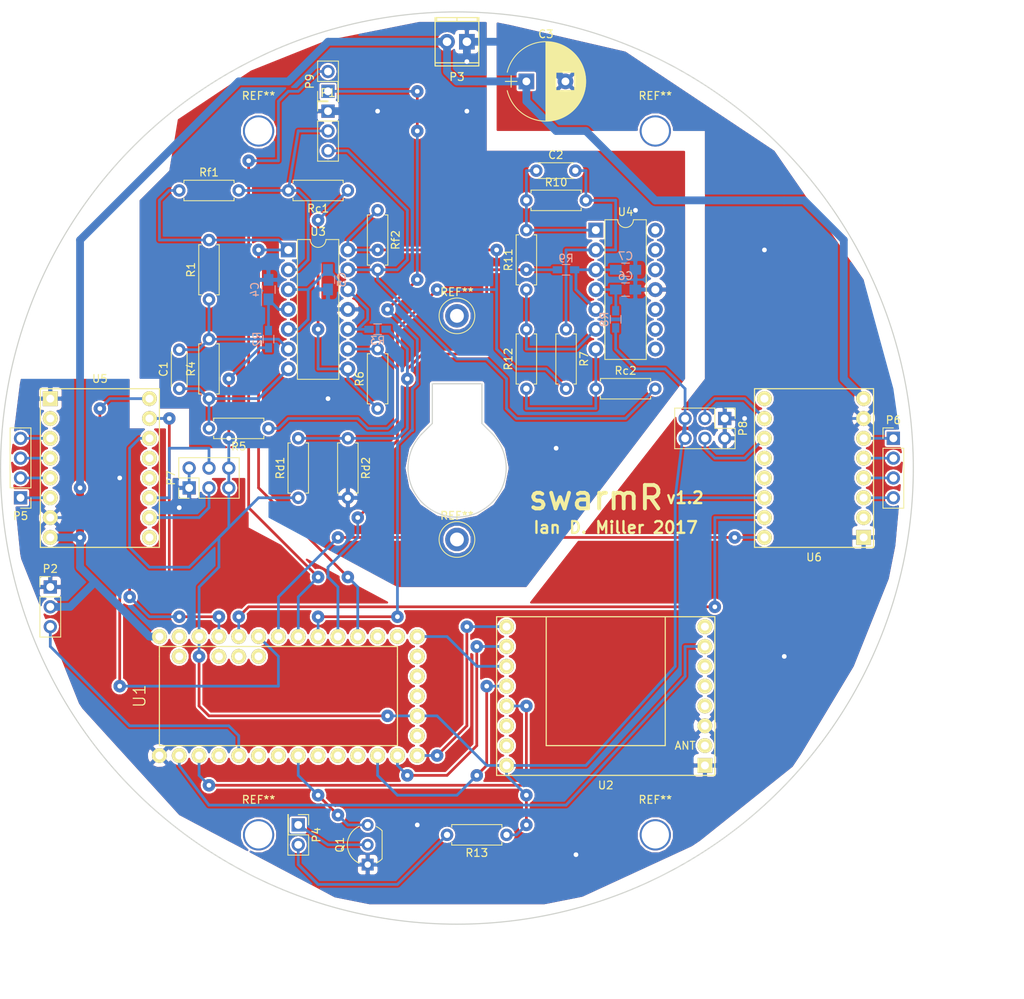
<source format=kicad_pcb>
(kicad_pcb (version 4) (host pcbnew 4.0.6)
  (layers (0 F.Cu signal) (31 B.Cu signal) (34 B.Paste user) (35 F.Paste user) (36 B.SilkS user) (37 F.SilkS user) (38 B.Mask user) (39 F.Mask user) (44 Edge.Cuts user))
  (net 0 "")
  (net 1 "Net-(C1-Pad1)")
  (net 2 "Net-(C1-Pad2)")
  (net 3 "Net-(C2-Pad1)")
  (net 4 "Net-(C2-Pad2)")
  (net 5 VDD)
  (net 6 GND)
  (net 7 /SRV)
  (net 8 "Net-(P4-Pad1)")
  (net 9 "Net-(P4-Pad2)")
  (net 10 "Net-(P5-Pad1)")
  (net 11 "Net-(P5-Pad2)")
  (net 12 "Net-(P5-Pad3)")
  (net 13 "Net-(P5-Pad4)")
  (net 14 "Net-(P6-Pad1)")
  (net 15 "Net-(P6-Pad2)")
  (net 16 "Net-(P6-Pad3)")
  (net 17 "Net-(P6-Pad4)")
  (net 18 /LED)
  (net 19 "Net-(R5-Pad1)")
  (net 20 "Net-(R6-Pad1)")
  (net 21 "Net-(R11-Pad1)")
  (net 22 "Net-(R12-Pad1)")
  (net 23 +3V3)
  (net 24 "Net-(U1-Pad36)")
  (net 25 "Net-(U1-Pad35)")
  (net 26 "Net-(U1-Pad34)")
  (net 27 "Net-(U1-Pad33)")
  (net 28 "Net-(U1-Pad32)")
  (net 29 "Net-(U1-Pad30)")
  (net 30 "Net-(U1-Pad29)")
  (net 31 "Net-(U1-Pad28)")
  (net 32 /RadInt)
  (net 33 "Net-(U1-Pad2)")
  (net 34 "Net-(U1-Pad4)")
  (net 35 "Net-(U1-Pad5)")
  (net 36 "Net-(U1-Pad7)")
  (net 37 "Net-(U1-Pad8)")
  (net 38 "Net-(U1-Pad9)")
  (net 39 /RadCS)
  (net 40 /MOSI)
  (net 41 /MISO)
  (net 42 /SCK)
  (net 43 "Net-(U1-Pad14)")
  (net 44 "Net-(U1-Pad15)")
  (net 45 /DIR2)
  (net 46 /DIR1)
  (net 47 /STEP2)
  (net 48 /STEP1)
  (net 49 "Net-(U1-Pad25)")
  (net 50 "Net-(U2-Pad7)")
  (net 51 "Net-(U2-Pad10)")
  (net 52 "Net-(U2-Pad12)")
  (net 53 "Net-(U2-Pad13)")
  (net 54 "Net-(U2-Pad14)")
  (net 55 "Net-(U2-Pad16)")
  (net 56 "Net-(U5-Pad1)")
  (net 57 "Net-(U5-Pad4)")
  (net 58 "Net-(U5-Pad5)")
  (net 59 "Net-(U6-Pad1)")
  (net 60 "Net-(U6-Pad4)")
  (net 61 "Net-(U6-Pad5)")
  (net 62 "Net-(U5-Pad10)")
  (net 63 "Net-(U6-Pad10)")
  (net 64 "Net-(P7-Pad3)")
  (net 65 "Net-(P7-Pad4)")
  (net 66 "Net-(P8-Pad3)")
  (net 67 "Net-(P8-Pad4)")
  (net 68 "Net-(P9-Pad1)")
  (net 69 "Net-(P9-Pad2)")
  (net 70 /Reset)
  (net 71 "Net-(U2-Pad6)")
  (net 72 ref_filter)
  (net 73 /Sen1)
  (net 74 /Sen2)
  (net 75 /FFT1)
  (net 76 /Vref)
  (net 77 /FFT2)
  (net 78 3v3f)
  (module custom_footprints:DRV8834Breakout (layer F.Cu) (at 100.33 85.09 180)
    (fp_text reference U5 (at 7.62 1.27 180) (layer F.SilkS))
    (fp_text value DRV8834_Breakout)
    (pad 1 thru_hole circle (at 1.27 -19.05 180) (size 1.9 1.9) (drill 1.016) (layers *.Cu *.Mask F.SilkS) (net 56 "Net-(U5-Pad1)"))
    (pad 2 thru_hole circle (at 1.27 -16.51 180) (size 1.9 1.9) (drill 1.016) (layers *.Cu *.Mask F.SilkS) (net 64 "Net-(P7-Pad3)"))
    (pad 3 thru_hole circle (at 1.27 -13.97 180) (size 1.9 1.9) (drill 1.016) (layers *.Cu *.Mask F.SilkS) (net 65 "Net-(P7-Pad4)"))
    (pad 4 thru_hole circle (at 1.27 -11.43 180) (size 1.9 1.9) (drill 1.016) (layers *.Cu *.Mask F.SilkS) (net 57 "Net-(U5-Pad4)"))
    (pad 5 thru_hole circle (at 1.27 -8.89 180) (size 1.9 1.9) (drill 1.016) (layers *.Cu *.Mask F.SilkS) (net 58 "Net-(U5-Pad5)"))
    (pad 6 thru_hole circle (at 1.27 -6.35 180) (size 1.9 1.9) (drill 1.016) (layers *.Cu *.Mask F.SilkS) (net 23 +3V3))
    (pad 7 thru_hole circle (at 1.27 -3.81 180) (size 1.9 1.9) (drill 1.016) (layers *.Cu *.Mask F.SilkS) (net 48 /STEP1))
    (pad 8 thru_hole circle (at 1.27 -1.27 180) (size 1.9 1.9) (drill 1.016) (layers *.Cu *.Mask F.SilkS) (net 46 /DIR1))
    (pad 9 thru_hole rect (at 13.97 -1.27 180) (size 1.9 1.9) (drill 1.016) (layers *.Cu *.Mask F.SilkS) (net 6 GND))
    (pad 10 thru_hole circle (at 13.97 -3.81 180) (size 1.9 1.9) (drill 1.016) (layers *.Cu *.Mask F.SilkS) (net 62 "Net-(U5-Pad10)"))
    (pad 11 thru_hole circle (at 13.97 -6.35 180) (size 1.9 1.9) (drill 1.016) (layers *.Cu *.Mask F.SilkS) (net 13 "Net-(P5-Pad4)"))
    (pad 12 thru_hole circle (at 13.97 -8.89 180) (size 1.9 1.9) (drill 1.016) (layers *.Cu *.Mask F.SilkS) (net 12 "Net-(P5-Pad3)"))
    (pad 13 thru_hole circle (at 13.97 -11.43 180) (size 1.9 1.9) (drill 1.016) (layers *.Cu *.Mask F.SilkS) (net 11 "Net-(P5-Pad2)"))
    (pad 14 thru_hole circle (at 13.97 -13.97 180) (size 1.9 1.9) (drill 1.016) (layers *.Cu *.Mask F.SilkS) (net 10 "Net-(P5-Pad1)"))
    (pad 15 thru_hole circle (at 13.97 -16.51 180) (size 1.9 1.9) (drill 1.016) (layers *.Cu *.Mask F.SilkS) (net 6 GND))
    (pad 16 thru_hole circle (at 13.97 -19.05 180) (size 1.9 1.9) (drill 1.016) (layers *.Cu *.Mask F.SilkS) (net 5 VDD))
  )
  (module custom_footprints:RFM69Breakout (layer F.Cu) (at 144.78 133.35)
    (fp_text reference U2 (at 12.7 2.54) (layer F.SilkS))
    (fp_text value RFM69_Breakout)
    (fp_text user ANT (at 22.86 -2.54) (layer F.SilkS))
    (pad 1 thru_hole circle (at 0 -17.78) (size 1.9 1.9) (drill 1.016) (layers *.Cu *.Mask F.SilkS) (net 41 /MISO))
    (pad 2 thru_hole circle (at 0 -15.24) (size 1.9 1.9) (drill 1.016) (layers *.Cu *.Mask F.SilkS) (net 40 /MOSI))
    (pad 3 thru_hole circle (at 0 -12.7) (size 1.9 1.9) (drill 1.016) (layers *.Cu *.Mask F.SilkS) (net 42 /SCK))
    (pad 4 thru_hole circle (at 0 -10.16) (size 1.9 1.9) (drill 1.016) (layers *.Cu *.Mask F.SilkS) (net 39 /RadCS))
    (pad 5 thru_hole circle (at 0 -7.62) (size 1.9 1.9) (drill 1.016) (layers *.Cu *.Mask F.SilkS) (net 70 /Reset))
    (pad 6 thru_hole circle (at 0 -5.08) (size 1.9 1.9) (drill 1.016) (layers *.Cu *.Mask F.SilkS) (net 71 "Net-(U2-Pad6)"))
    (pad 7 thru_hole circle (at 0 -2.54) (size 1.9 1.9) (drill 1.016) (layers *.Cu *.Mask F.SilkS) (net 50 "Net-(U2-Pad7)"))
    (pad 8 thru_hole circle (at 0 0) (size 1.9 1.9) (drill 1.016) (layers *.Cu *.Mask F.SilkS) (net 23 +3V3))
    (pad 9 thru_hole rect (at 25.4 0) (size 1.9 1.9) (drill 1.016) (layers *.Cu *.Mask F.SilkS) (net 6 GND))
    (pad 10 thru_hole circle (at 25.4 -2.54) (size 1.9 1.9) (drill 1.016) (layers *.Cu *.Mask F.SilkS) (net 51 "Net-(U2-Pad10)"))
    (pad 11 thru_hole circle (at 25.4 -5.08) (size 1.9 1.9) (drill 1.016) (layers *.Cu *.Mask F.SilkS) (net 6 GND))
    (pad 12 thru_hole circle (at 25.4 -7.62) (size 1.9 1.9) (drill 1.016) (layers *.Cu *.Mask F.SilkS) (net 52 "Net-(U2-Pad12)"))
    (pad 13 thru_hole circle (at 25.4 -10.16) (size 1.9 1.9) (drill 1.016) (layers *.Cu *.Mask F.SilkS) (net 53 "Net-(U2-Pad13)"))
    (pad 14 thru_hole circle (at 25.4 -12.7) (size 1.9 1.9) (drill 1.016) (layers *.Cu *.Mask F.SilkS) (net 54 "Net-(U2-Pad14)"))
    (pad 15 thru_hole circle (at 25.4 -15.24) (size 1.9 1.9) (drill 1.016) (layers *.Cu *.Mask F.SilkS) (net 32 /RadInt))
    (pad 16 thru_hole circle (at 25.4 -17.78) (size 1.9 1.9) (drill 1.016) (layers *.Cu *.Mask F.SilkS) (net 55 "Net-(U2-Pad16)"))
  )
  (module Mounting_Holes:MountingHole_3.5mm_Pad (layer F.Cu) (at 163.83 52.07)
    (fp_text reference REF** (at 0 -4.5) (layer F.SilkS))
    (fp_text value Mount hide)
    (pad 1 thru_hole circle (at 0 0) (size 4 4) (drill 3.5) (layers *.Cu *.Mask))
  )
  (module Mounting_Holes:MountingHole_3.5mm_Pad (layer F.Cu) (at 113.03 52.07)
    (fp_text reference REF** (at 0 -4.5) (layer F.SilkS))
    (fp_text value Mount hide)
    (pad 1 thru_hole circle (at 0 0) (size 4 4) (drill 3.5) (layers *.Cu *.Mask))
  )
  (module Mounting_Holes:MountingHole_3.5mm_Pad (layer F.Cu) (at 113.03 142.24)
    (fp_text reference REF** (at 0 -4.5) (layer F.SilkS))
    (fp_text value Mount hide)
    (pad 1 thru_hole circle (at 0 0) (size 4 4) (drill 3.5) (layers *.Cu *.Mask))
  )
  (module Connect:1pin (layer F.Cu) (at 138.43 75.75)
    (fp_text reference REF** (at 0 -3.048) (layer F.SilkS))
    (fp_text value 1pin)
    (pad 1 thru_hole circle (at 0 0) (size 3 3) (drill 1.778) (layers *.Cu *.Mask))
  )
  (module Connect:1pin (layer F.Cu) (at 138.43 104.4)
    (fp_text reference REF** (at 0 -3.048) (layer F.SilkS))
    (fp_text value 1pin)
    (pad 1 thru_hole circle (at 0 0) (size 3 3) (drill 1.778) (layers *.Cu *.Mask))
  )
  (module Capacitors_ThroughHole:C_Disc_D4.3mm_W1.9mm_P5.00mm (layer F.Cu) (at 102.87 85.09 90)
    (fp_text reference C1 (at 2.5 -2.01 90) (layer F.SilkS))
    (fp_text value 0.47uF)
    (pad 1 thru_hole circle (at 0 0 90) (size 1.6 1.6) (drill 0.8) (layers *.Cu *.Mask) (net 1 "Net-(C1-Pad1)"))
    (pad 2 thru_hole circle (at 5 0 90) (size 1.6 1.6) (drill 0.8) (layers *.Cu *.Mask) (net 2 "Net-(C1-Pad2)"))
  )
  (module Capacitors_ThroughHole:C_Disc_D4.3mm_W1.9mm_P5.00mm (layer F.Cu) (at 148.59 57.15)
    (fp_text reference C2 (at 2.5 -2.01) (layer F.SilkS))
    (fp_text value 0.47uF)
    (pad 1 thru_hole circle (at 0 0) (size 1.6 1.6) (drill 0.8) (layers *.Cu *.Mask) (net 3 "Net-(C2-Pad1)"))
    (pad 2 thru_hole circle (at 5 0) (size 1.6 1.6) (drill 0.8) (layers *.Cu *.Mask) (net 4 "Net-(C2-Pad2)"))
  )
  (module Capacitors_ThroughHole:CP_Radial_D10.0mm_P5.00mm (layer F.Cu) (at 147.32 45.72)
    (fp_text reference C3 (at 2.5 -6.06) (layer F.SilkS))
    (fp_text value 470uF)
    (pad 1 thru_hole rect (at 0 0) (size 2 2) (drill 1) (layers *.Cu *.Mask) (net 5 VDD))
    (pad 2 thru_hole circle (at 5 0) (size 2 2) (drill 1) (layers *.Cu *.Mask) (net 6 GND))
  )
  (module Pin_Headers:Pin_Header_Straight_1x03_Pitch2.54mm (layer F.Cu) (at 121.92 49.53)
    (fp_text reference P1 (at 0 -2.33) (layer F.SilkS))
    (fp_text value SEN)
    (pad 1 thru_hole rect (at 0 0) (size 1.7 1.7) (drill 1) (layers *.Cu *.Mask) (net 6 GND))
    (pad 2 thru_hole oval (at 0 2.54) (size 1.7 1.7) (drill 1) (layers *.Cu *.Mask) (net 73 /Sen1))
    (pad 3 thru_hole oval (at 0 5.08) (size 1.7 1.7) (drill 1) (layers *.Cu *.Mask) (net 74 /Sen2))
  )
  (module Pin_Headers:Pin_Header_Straight_1x03_Pitch2.54mm (layer F.Cu) (at 86.36 110.49)
    (fp_text reference P2 (at 0 -2.33) (layer F.SilkS))
    (fp_text value SRV)
    (pad 1 thru_hole rect (at 0 0) (size 1.7 1.7) (drill 1) (layers *.Cu *.Mask) (net 6 GND))
    (pad 2 thru_hole oval (at 0 2.54) (size 1.7 1.7) (drill 1) (layers *.Cu *.Mask) (net 5 VDD))
    (pad 3 thru_hole oval (at 0 5.08) (size 1.7 1.7) (drill 1) (layers *.Cu *.Mask) (net 7 /SRV))
  )
  (module Terminal_Blocks:TerminalBlock_Pheonix_MPT-2.54mm_2pol (layer F.Cu) (at 139.7 40.64 180)
    (fp_text reference P3 (at 1.27 -4.50088 180) (layer F.SilkS))
    (fp_text value PWR)
    (pad 2 thru_hole oval (at 2.54 0 180) (size 1.99898 1.99898) (drill 1.09728) (layers *.Cu *.Mask) (net 5 VDD))
    (pad 1 thru_hole rect (at 0 0 180) (size 1.99898 1.99898) (drill 1.09728) (layers *.Cu *.Mask) (net 6 GND))
  )
  (module Pin_Headers:Pin_Header_Straight_2x01_Pitch2.54mm (layer F.Cu) (at 118.11 140.97 270)
    (fp_text reference P4 (at 1.27 -2.33 270) (layer F.SilkS))
    (fp_text value LED)
    (pad 1 thru_hole rect (at 0 0 270) (size 1.7 1.7) (drill 1) (layers *.Cu *.Mask) (net 8 "Net-(P4-Pad1)"))
    (pad 2 thru_hole oval (at 2.54 0 270) (size 1.7 1.7) (drill 1) (layers *.Cu *.Mask) (net 9 "Net-(P4-Pad2)"))
  )
  (module Pin_Headers:Pin_Header_Straight_1x04_Pitch2.54mm (layer F.Cu) (at 82.55 99.06 180)
    (fp_text reference P5 (at 0 -2.33 180) (layer F.SilkS))
    (fp_text value M1)
    (pad 1 thru_hole rect (at 0 0 180) (size 1.7 1.7) (drill 1) (layers *.Cu *.Mask) (net 10 "Net-(P5-Pad1)"))
    (pad 2 thru_hole oval (at 0 2.54 180) (size 1.7 1.7) (drill 1) (layers *.Cu *.Mask) (net 11 "Net-(P5-Pad2)"))
    (pad 3 thru_hole oval (at 0 5.08 180) (size 1.7 1.7) (drill 1) (layers *.Cu *.Mask) (net 12 "Net-(P5-Pad3)"))
    (pad 4 thru_hole oval (at 0 7.62 180) (size 1.7 1.7) (drill 1) (layers *.Cu *.Mask) (net 13 "Net-(P5-Pad4)"))
  )
  (module Pin_Headers:Pin_Header_Straight_1x04_Pitch2.54mm (layer F.Cu) (at 194.31 91.44)
    (fp_text reference P6 (at 0 -2.33) (layer F.SilkS))
    (fp_text value M2)
    (pad 1 thru_hole rect (at 0 0) (size 1.7 1.7) (drill 1) (layers *.Cu *.Mask) (net 14 "Net-(P6-Pad1)"))
    (pad 2 thru_hole oval (at 0 2.54) (size 1.7 1.7) (drill 1) (layers *.Cu *.Mask) (net 15 "Net-(P6-Pad2)"))
    (pad 3 thru_hole oval (at 0 5.08) (size 1.7 1.7) (drill 1) (layers *.Cu *.Mask) (net 16 "Net-(P6-Pad3)"))
    (pad 4 thru_hole oval (at 0 7.62) (size 1.7 1.7) (drill 1) (layers *.Cu *.Mask) (net 17 "Net-(P6-Pad4)"))
  )
  (module TO_SOT_Packages_THT:TO-92_Inline_Wide (layer F.Cu) (at 127 146.05 90)
    (fp_text reference Q1 (at 2.54 -3.56 270) (layer F.SilkS))
    (fp_text value 5LN01SP)
    (pad 2 thru_hole circle (at 2.54 0 180) (size 1.52 1.52) (drill 0.8) (layers *.Cu *.Mask) (net 8 "Net-(P4-Pad1)"))
    (pad 3 thru_hole circle (at 5.08 0 180) (size 1.52 1.52) (drill 0.8) (layers *.Cu *.Mask) (net 18 /LED))
    (pad 1 thru_hole rect (at 0 0 180) (size 1.52 1.52) (drill 0.8) (layers *.Cu *.Mask) (net 6 GND))
  )
  (module Resistors_ThroughHole:R_Axial_DIN0207_L6.3mm_D2.5mm_P7.62mm_Horizontal (layer F.Cu) (at 106.68 73.66 90)
    (fp_text reference R1 (at 3.81 -2.31 90) (layer F.SilkS))
    (fp_text value 20k)
    (pad 1 thru_hole circle (at 0 0 90) (size 1.6 1.6) (drill 0.8) (layers *.Cu *.Mask) (net 2 "Net-(C1-Pad2)"))
    (pad 2 thru_hole oval (at 7.62 0 90) (size 1.6 1.6) (drill 0.8) (layers *.Cu *.Mask) (net 75 /FFT1))
  )
  (module Resistors_ThroughHole:R_Axial_DIN0207_L6.3mm_D2.5mm_P7.62mm_Horizontal (layer F.Cu) (at 106.68 86.36 90)
    (fp_text reference R4 (at 3.81 -2.31 90) (layer F.SilkS))
    (fp_text value 1M)
    (pad 1 thru_hole circle (at 0 0 90) (size 1.6 1.6) (drill 0.8) (layers *.Cu *.Mask) (net 1 "Net-(C1-Pad1)"))
    (pad 2 thru_hole oval (at 7.62 0 90) (size 1.6 1.6) (drill 0.8) (layers *.Cu *.Mask) (net 2 "Net-(C1-Pad2)"))
  )
  (module Resistors_ThroughHole:R_Axial_DIN0207_L6.3mm_D2.5mm_P7.62mm_Horizontal (layer F.Cu) (at 114.3 90.17 180)
    (fp_text reference R5 (at 3.81 -2.31 180) (layer F.SilkS))
    (fp_text value 20k)
    (pad 1 thru_hole circle (at 0 0 180) (size 1.6 1.6) (drill 0.8) (layers *.Cu *.Mask) (net 19 "Net-(R5-Pad1)"))
    (pad 2 thru_hole oval (at 7.62 0 180) (size 1.6 1.6) (drill 0.8) (layers *.Cu *.Mask) (net 1 "Net-(C1-Pad1)"))
  )
  (module Resistors_ThroughHole:R_Axial_DIN0207_L6.3mm_D2.5mm_P7.62mm_Horizontal (layer F.Cu) (at 128.27 87.63 90)
    (fp_text reference R6 (at 3.81 -2.31 90) (layer F.SilkS))
    (fp_text value 20k)
    (pad 1 thru_hole circle (at 0 0 90) (size 1.6 1.6) (drill 0.8) (layers *.Cu *.Mask) (net 20 "Net-(R6-Pad1)"))
    (pad 2 thru_hole oval (at 7.62 0 90) (size 1.6 1.6) (drill 0.8) (layers *.Cu *.Mask) (net 19 "Net-(R5-Pad1)"))
  )
  (module Resistors_ThroughHole:R_Axial_DIN0207_L6.3mm_D2.5mm_P7.62mm_Horizontal (layer F.Cu) (at 152.4 77.47 270)
    (fp_text reference R7 (at 3.81 -2.31 270) (layer F.SilkS))
    (fp_text value 20k)
    (pad 1 thru_hole circle (at 0 0 270) (size 1.6 1.6) (drill 0.8) (layers *.Cu *.Mask) (net 4 "Net-(C2-Pad2)"))
    (pad 2 thru_hole oval (at 7.62 0 270) (size 1.6 1.6) (drill 0.8) (layers *.Cu *.Mask) (net 77 /FFT2))
  )
  (module Resistors_ThroughHole:R_Axial_DIN0207_L6.3mm_D2.5mm_P7.62mm_Horizontal (layer F.Cu) (at 147.32 60.96)
    (fp_text reference R10 (at 3.81 -2.31) (layer F.SilkS))
    (fp_text value 1M)
    (pad 1 thru_hole circle (at 0 0) (size 1.6 1.6) (drill 0.8) (layers *.Cu *.Mask) (net 3 "Net-(C2-Pad1)"))
    (pad 2 thru_hole oval (at 7.62 0) (size 1.6 1.6) (drill 0.8) (layers *.Cu *.Mask) (net 4 "Net-(C2-Pad2)"))
  )
  (module Resistors_ThroughHole:R_Axial_DIN0207_L6.3mm_D2.5mm_P7.62mm_Horizontal (layer F.Cu) (at 147.32 72.39 90)
    (fp_text reference R11 (at 3.81 -2.31 90) (layer F.SilkS))
    (fp_text value 20k)
    (pad 1 thru_hole circle (at 0 0 90) (size 1.6 1.6) (drill 0.8) (layers *.Cu *.Mask) (net 21 "Net-(R11-Pad1)"))
    (pad 2 thru_hole oval (at 7.62 0 90) (size 1.6 1.6) (drill 0.8) (layers *.Cu *.Mask) (net 3 "Net-(C2-Pad1)"))
  )
  (module Resistors_ThroughHole:R_Axial_DIN0207_L6.3mm_D2.5mm_P7.62mm_Horizontal (layer F.Cu) (at 147.32 85.09 90)
    (fp_text reference R12 (at 3.81 -2.31 90) (layer F.SilkS))
    (fp_text value 20k)
    (pad 1 thru_hole circle (at 0 0 90) (size 1.6 1.6) (drill 0.8) (layers *.Cu *.Mask) (net 22 "Net-(R12-Pad1)"))
    (pad 2 thru_hole oval (at 7.62 0 90) (size 1.6 1.6) (drill 0.8) (layers *.Cu *.Mask) (net 21 "Net-(R11-Pad1)"))
  )
  (module Resistors_ThroughHole:R_Axial_DIN0207_L6.3mm_D2.5mm_P7.62mm_Horizontal (layer F.Cu) (at 144.78 142.24 180)
    (fp_text reference R13 (at 3.81 -2.31 180) (layer F.SilkS))
    (fp_text value 10R)
    (pad 1 thru_hole circle (at 0 0 180) (size 1.6 1.6) (drill 0.8) (layers *.Cu *.Mask) (net 23 +3V3))
    (pad 2 thru_hole oval (at 7.62 0 180) (size 1.6 1.6) (drill 0.8) (layers *.Cu *.Mask) (net 9 "Net-(P4-Pad2)"))
  )
  (module Resistors_ThroughHole:R_Axial_DIN0207_L6.3mm_D2.5mm_P7.62mm_Horizontal (layer F.Cu) (at 124.46 59.69 180)
    (fp_text reference Rc1 (at 3.81 -2.31 180) (layer F.SilkS))
    (fp_text value 36k)
    (pad 1 thru_hole circle (at 0 0 180) (size 1.6 1.6) (drill 0.8) (layers *.Cu *.Mask) (net 20 "Net-(R6-Pad1)"))
    (pad 2 thru_hole oval (at 7.62 0 180) (size 1.6 1.6) (drill 0.8) (layers *.Cu *.Mask) (net 73 /Sen1))
  )
  (module Resistors_ThroughHole:R_Axial_DIN0207_L6.3mm_D2.5mm_P7.62mm_Horizontal (layer F.Cu) (at 156.21 85.09)
    (fp_text reference Rc2 (at 3.81 -2.31) (layer F.SilkS))
    (fp_text value 36k)
    (pad 1 thru_hole circle (at 0 0) (size 1.6 1.6) (drill 0.8) (layers *.Cu *.Mask) (net 22 "Net-(R12-Pad1)"))
    (pad 2 thru_hole oval (at 7.62 0) (size 1.6 1.6) (drill 0.8) (layers *.Cu *.Mask) (net 74 /Sen2))
  )
  (module Resistors_ThroughHole:R_Axial_DIN0207_L6.3mm_D2.5mm_P7.62mm_Horizontal (layer F.Cu) (at 118.11 99.06 90)
    (fp_text reference Rd1 (at 3.81 -2.31 90) (layer F.SilkS))
    (fp_text value 6.2k)
    (pad 1 thru_hole circle (at 0 0 90) (size 1.6 1.6) (drill 0.8) (layers *.Cu *.Mask) (net 23 +3V3))
    (pad 2 thru_hole oval (at 7.62 0 90) (size 1.6 1.6) (drill 0.8) (layers *.Cu *.Mask) (net 76 /Vref))
  )
  (module Resistors_ThroughHole:R_Axial_DIN0207_L6.3mm_D2.5mm_P7.62mm_Horizontal (layer F.Cu) (at 124.46 91.44 270)
    (fp_text reference Rd2 (at 3.81 -2.31 270) (layer F.SilkS))
    (fp_text value 1.5k)
    (pad 1 thru_hole circle (at 0 0 270) (size 1.6 1.6) (drill 0.8) (layers *.Cu *.Mask) (net 76 /Vref))
    (pad 2 thru_hole oval (at 7.62 0 270) (size 1.6 1.6) (drill 0.8) (layers *.Cu *.Mask) (net 6 GND))
  )
  (module Resistors_ThroughHole:R_Axial_DIN0207_L6.3mm_D2.5mm_P7.62mm_Horizontal (layer F.Cu) (at 102.87 59.69)
    (fp_text reference Rf1 (at 3.81 -2.31) (layer F.SilkS))
    (fp_text value 68k)
    (pad 1 thru_hole circle (at 0 0) (size 1.6 1.6) (drill 0.8) (layers *.Cu *.Mask) (net 75 /FFT1))
    (pad 2 thru_hole oval (at 7.62 0) (size 1.6 1.6) (drill 0.8) (layers *.Cu *.Mask) (net 73 /Sen1))
  )
  (module Resistors_ThroughHole:R_Axial_DIN0207_L6.3mm_D2.5mm_P7.62mm_Horizontal (layer F.Cu) (at 128.27 62.23 270)
    (fp_text reference Rf2 (at 3.81 -2.31 270) (layer F.SilkS))
    (fp_text value 68k)
    (pad 1 thru_hole circle (at 0 0 270) (size 1.6 1.6) (drill 0.8) (layers *.Cu *.Mask) (net 77 /FFT2))
    (pad 2 thru_hole oval (at 7.62 0 270) (size 1.6 1.6) (drill 0.8) (layers *.Cu *.Mask) (net 74 /Sen2))
  )
  (module Teensy-3.1:Teensy-3.1 (layer F.Cu) (at 102.87 132.08)
    (fp_text reference U1 (at -5.08 -7.62 90) (layer F.SilkS) (effects (font (size 1.5 1.5))))
    (fp_text value Teensy_3.1)
    (pad 36 thru_hole circle (at 10.16 -12.7) (size 1.9 1.9) (drill 1.016) (layers *.Cu *.Mask F.SilkS) (net 24 "Net-(U1-Pad36)"))
    (pad 35 thru_hole circle (at 7.62 -12.7) (size 1.9 1.9) (drill 1.016) (layers *.Cu *.Mask F.SilkS) (net 25 "Net-(U1-Pad35)"))
    (pad 34 thru_hole circle (at 5.08 -12.7) (size 1.9 1.9) (drill 1.016) (layers *.Cu *.Mask F.SilkS) (net 26 "Net-(U1-Pad34)"))
    (pad 33 thru_hole circle (at 0 -12.7) (size 1.9 1.9) (drill 1.016) (layers *.Cu *.Mask F.SilkS) (net 27 "Net-(U1-Pad33)"))
    (pad 32 thru_hole circle (at 30.48 -2.54) (size 1.9 1.9) (drill 1.016) (layers *.Cu *.Mask F.SilkS) (net 28 "Net-(U1-Pad32)"))
    (pad 31 thru_hole circle (at 30.48 -5.08) (size 1.9 1.9) (drill 1.016) (layers *.Cu *.Mask F.SilkS) (net 23 +3V3))
    (pad 30 thru_hole circle (at 30.48 -7.62) (size 1.9 1.9) (drill 1.016) (layers *.Cu *.Mask F.SilkS) (net 29 "Net-(U1-Pad30)"))
    (pad 29 thru_hole circle (at 30.48 -10.16) (size 1.9 1.9) (drill 1.016) (layers *.Cu *.Mask F.SilkS) (net 30 "Net-(U1-Pad29)"))
    (pad 28 thru_hole circle (at 30.48 -12.7) (size 1.9 1.9) (drill 1.016) (layers *.Cu *.Mask F.SilkS) (net 31 "Net-(U1-Pad28)"))
    (pad 0 thru_hole circle (at 0 0) (size 1.9 1.9) (drill 1.016) (layers *.Cu *.Mask F.SilkS) (net 32 /RadInt))
    (pad 1 thru_hole circle (at 2.54 0) (size 1.9 1.9) (drill 1.016) (layers *.Cu *.Mask F.SilkS) (net 70 /Reset))
    (pad 2 thru_hole circle (at 5.08 0) (size 1.9 1.9) (drill 1.016) (layers *.Cu *.Mask F.SilkS) (net 33 "Net-(U1-Pad2)"))
    (pad 3 thru_hole circle (at 7.62 0) (size 1.9 1.9) (drill 1.016) (layers *.Cu *.Mask F.SilkS) (net 7 /SRV))
    (pad 4 thru_hole circle (at 10.16 0) (size 1.9 1.9) (drill 1.016) (layers *.Cu *.Mask F.SilkS) (net 34 "Net-(U1-Pad4)"))
    (pad 5 thru_hole circle (at 12.7 0) (size 1.9 1.9) (drill 1.016) (layers *.Cu *.Mask F.SilkS) (net 35 "Net-(U1-Pad5)"))
    (pad 6 thru_hole circle (at 15.24 0) (size 1.9 1.9) (drill 1.016) (layers *.Cu *.Mask F.SilkS) (net 18 /LED))
    (pad 7 thru_hole circle (at 17.78 0) (size 1.9 1.9) (drill 1.016) (layers *.Cu *.Mask F.SilkS) (net 36 "Net-(U1-Pad7)"))
    (pad 8 thru_hole circle (at 20.32 0) (size 1.9 1.9) (drill 1.016) (layers *.Cu *.Mask F.SilkS) (net 37 "Net-(U1-Pad8)"))
    (pad 9 thru_hole circle (at 22.86 0) (size 1.9 1.9) (drill 1.016) (layers *.Cu *.Mask F.SilkS) (net 38 "Net-(U1-Pad9)"))
    (pad 10 thru_hole circle (at 25.4 0) (size 1.9 1.9) (drill 1.016) (layers *.Cu *.Mask F.SilkS) (net 39 /RadCS))
    (pad 11 thru_hole circle (at 27.94 0) (size 1.9 1.9) (drill 1.016) (layers *.Cu *.Mask F.SilkS) (net 40 /MOSI))
    (pad 12 thru_hole circle (at 30.48 0) (size 1.9 1.9) (drill 1.016) (layers *.Cu *.Mask F.SilkS) (net 41 /MISO))
    (pad 13 thru_hole circle (at 30.48 -15.24) (size 1.9 1.9) (drill 1.016) (layers *.Cu *.Mask F.SilkS) (net 42 /SCK))
    (pad 14 thru_hole circle (at 27.94 -15.24) (size 1.9 1.9) (drill 1.016) (layers *.Cu *.Mask F.SilkS) (net 43 "Net-(U1-Pad14)"))
    (pad 15 thru_hole circle (at 25.4 -15.24) (size 1.9 1.9) (drill 1.016) (layers *.Cu *.Mask F.SilkS) (net 44 "Net-(U1-Pad15)"))
    (pad 16 thru_hole circle (at 22.86 -15.24) (size 1.9 1.9) (drill 1.016) (layers *.Cu *.Mask F.SilkS) (net 75 /FFT1))
    (pad 17 thru_hole circle (at 20.32 -15.24) (size 1.9 1.9) (drill 1.016) (layers *.Cu *.Mask F.SilkS) (net 77 /FFT2))
    (pad 18 thru_hole circle (at 17.78 -15.24) (size 1.9 1.9) (drill 1.016) (layers *.Cu *.Mask F.SilkS) (net 68 "Net-(P9-Pad1)"))
    (pad 19 thru_hole circle (at 15.24 -15.24) (size 1.9 1.9) (drill 1.016) (layers *.Cu *.Mask F.SilkS) (net 69 "Net-(P9-Pad2)"))
    (pad 20 thru_hole circle (at 12.7 -15.24) (size 1.9 1.9) (drill 1.016) (layers *.Cu *.Mask F.SilkS) (net 45 /DIR2))
    (pad 21 thru_hole circle (at 10.16 -15.24) (size 1.9 1.9) (drill 1.016) (layers *.Cu *.Mask F.SilkS) (net 46 /DIR1))
    (pad 22 thru_hole circle (at 7.62 -15.24) (size 1.9 1.9) (drill 1.016) (layers *.Cu *.Mask F.SilkS) (net 47 /STEP2))
    (pad 23 thru_hole circle (at 5.08 -15.24) (size 1.9 1.9) (drill 1.016) (layers *.Cu *.Mask F.SilkS) (net 48 /STEP1))
    (pad 24 thru_hole circle (at 2.54 -15.24) (size 1.9 1.9) (drill 1.016) (layers *.Cu *.Mask F.SilkS) (net 23 +3V3))
    (pad 25 thru_hole circle (at 0 -15.24) (size 1.9 1.9) (drill 1.016) (layers *.Cu *.Mask F.SilkS) (net 49 "Net-(U1-Pad25)"))
    (pad 26 thru_hole circle (at -2.54 -15.24) (size 1.9 1.9) (drill 1.016) (layers *.Cu *.Mask F.SilkS) (net 5 VDD))
    (pad 27 thru_hole circle (at -2.54 0) (size 1.9 1.9) (drill 1.016) (layers *.Cu *.Mask F.SilkS) (net 6 GND))
  )
  (module Pin_Headers:Pin_Header_Straight_2x03_Pitch2.54mm (layer F.Cu) (at 104.14 97.79 90)
    (fp_text reference P7 (at 1.27 -2.33 90) (layer F.SilkS))
    (fp_text value CONN_02X03)
    (pad 1 thru_hole rect (at 0 0 90) (size 1.7 1.7) (drill 1) (layers *.Cu *.Mask) (net 6 GND))
    (pad 2 thru_hole oval (at 2.54 0 90) (size 1.7 1.7) (drill 1) (layers *.Cu *.Mask) (net 6 GND))
    (pad 3 thru_hole oval (at 0 2.54 90) (size 1.7 1.7) (drill 1) (layers *.Cu *.Mask) (net 64 "Net-(P7-Pad3)"))
    (pad 4 thru_hole oval (at 2.54 2.54 90) (size 1.7 1.7) (drill 1) (layers *.Cu *.Mask) (net 65 "Net-(P7-Pad4)"))
    (pad 5 thru_hole oval (at 0 5.08 90) (size 1.7 1.7) (drill 1) (layers *.Cu *.Mask) (net 23 +3V3))
    (pad 6 thru_hole oval (at 2.54 5.08 90) (size 1.7 1.7) (drill 1) (layers *.Cu *.Mask) (net 23 +3V3))
  )
  (module Pin_Headers:Pin_Header_Straight_2x03_Pitch2.54mm (layer F.Cu) (at 172.72 88.9 270)
    (fp_text reference P8 (at 1.27 -2.33 270) (layer F.SilkS))
    (fp_text value CONN_02X03)
    (pad 1 thru_hole rect (at 0 0 270) (size 1.7 1.7) (drill 1) (layers *.Cu *.Mask) (net 6 GND))
    (pad 2 thru_hole oval (at 2.54 0 270) (size 1.7 1.7) (drill 1) (layers *.Cu *.Mask) (net 6 GND))
    (pad 3 thru_hole oval (at 0 2.54 270) (size 1.7 1.7) (drill 1) (layers *.Cu *.Mask) (net 66 "Net-(P8-Pad3)"))
    (pad 4 thru_hole oval (at 2.54 2.54 270) (size 1.7 1.7) (drill 1) (layers *.Cu *.Mask) (net 67 "Net-(P8-Pad4)"))
    (pad 5 thru_hole oval (at 0 5.08 270) (size 1.7 1.7) (drill 1) (layers *.Cu *.Mask) (net 23 +3V3))
    (pad 6 thru_hole oval (at 2.54 5.08 270) (size 1.7 1.7) (drill 1) (layers *.Cu *.Mask) (net 23 +3V3))
  )
  (module Mounting_Holes:MountingHole_3.5mm_Pad (layer F.Cu) (at 163.83 142.24)
    (fp_text reference REF** (at 0 -4.5) (layer F.SilkS))
    (fp_text value Mount hide)
    (pad 1 thru_hole circle (at 0 0) (size 4 4) (drill 3.5) (layers *.Cu *.Mask))
  )
  (module custom_footprints:DRV8834Breakout (layer F.Cu) (at 176.53 105.41)
    (fp_text reference U6 (at 7.62 1.27) (layer F.SilkS))
    (fp_text value DRV8834_Breakout)
    (pad 1 thru_hole circle (at 1.27 -19.05) (size 1.9 1.9) (drill 1.016) (layers *.Cu *.Mask F.SilkS) (net 59 "Net-(U6-Pad1)"))
    (pad 2 thru_hole circle (at 1.27 -16.51) (size 1.9 1.9) (drill 1.016) (layers *.Cu *.Mask F.SilkS) (net 66 "Net-(P8-Pad3)"))
    (pad 3 thru_hole circle (at 1.27 -13.97) (size 1.9 1.9) (drill 1.016) (layers *.Cu *.Mask F.SilkS) (net 67 "Net-(P8-Pad4)"))
    (pad 4 thru_hole circle (at 1.27 -11.43) (size 1.9 1.9) (drill 1.016) (layers *.Cu *.Mask F.SilkS) (net 60 "Net-(U6-Pad4)"))
    (pad 5 thru_hole circle (at 1.27 -8.89) (size 1.9 1.9) (drill 1.016) (layers *.Cu *.Mask F.SilkS) (net 61 "Net-(U6-Pad5)"))
    (pad 6 thru_hole circle (at 1.27 -6.35) (size 1.9 1.9) (drill 1.016) (layers *.Cu *.Mask F.SilkS) (net 23 +3V3))
    (pad 7 thru_hole circle (at 1.27 -3.81) (size 1.9 1.9) (drill 1.016) (layers *.Cu *.Mask F.SilkS) (net 47 /STEP2))
    (pad 8 thru_hole circle (at 1.27 -1.27) (size 1.9 1.9) (drill 1.016) (layers *.Cu *.Mask F.SilkS) (net 45 /DIR2))
    (pad 9 thru_hole rect (at 13.97 -1.27) (size 1.9 1.9) (drill 1.016) (layers *.Cu *.Mask F.SilkS) (net 6 GND))
    (pad 10 thru_hole circle (at 13.97 -3.81) (size 1.9 1.9) (drill 1.016) (layers *.Cu *.Mask F.SilkS) (net 63 "Net-(U6-Pad10)"))
    (pad 11 thru_hole circle (at 13.97 -6.35) (size 1.9 1.9) (drill 1.016) (layers *.Cu *.Mask F.SilkS) (net 17 "Net-(P6-Pad4)"))
    (pad 12 thru_hole circle (at 13.97 -8.89) (size 1.9 1.9) (drill 1.016) (layers *.Cu *.Mask F.SilkS) (net 16 "Net-(P6-Pad3)"))
    (pad 13 thru_hole circle (at 13.97 -11.43) (size 1.9 1.9) (drill 1.016) (layers *.Cu *.Mask F.SilkS) (net 15 "Net-(P6-Pad2)"))
    (pad 14 thru_hole circle (at 13.97 -13.97) (size 1.9 1.9) (drill 1.016) (layers *.Cu *.Mask F.SilkS) (net 14 "Net-(P6-Pad1)"))
    (pad 15 thru_hole circle (at 13.97 -16.51) (size 1.9 1.9) (drill 1.016) (layers *.Cu *.Mask F.SilkS) (net 6 GND))
    (pad 16 thru_hole circle (at 13.97 -19.05) (size 1.9 1.9) (drill 1.016) (layers *.Cu *.Mask F.SilkS) (net 5 VDD))
  )
  (module Pin_Headers:Pin_Header_Straight_2x01_Pitch2.54mm (layer F.Cu) (at 121.92 46.99 90)
    (fp_text reference P9 (at 1.27 -2.33 90) (layer F.SilkS))
    (fp_text value Range)
    (pad 1 thru_hole rect (at 0 0 90) (size 1.7 1.7) (drill 1) (layers *.Cu *.Mask) (net 68 "Net-(P9-Pad1)"))
    (pad 2 thru_hole oval (at 2.54 0 90) (size 1.7 1.7) (drill 1) (layers *.Cu *.Mask) (net 69 "Net-(P9-Pad2)"))
  )
  (module Capacitors_SMD:C_0805_HandSoldering (layer B.Cu) (at 114.3 72.39 270)
    (fp_text reference C4 (at 0 1.75 270) (layer B.SilkS) (effects (justify mirror)))
    (fp_text value 10u)
    (pad 1 smd rect (at -1.25 0 270) (size 1.5 1.25) (layers B.Cu B.Paste B.Mask) (net 6 GND))
    (pad 2 smd rect (at 1.25 0 270) (size 1.5 1.25) (layers B.Cu B.Paste B.Mask) (net 78 3v3f))
  )
  (module Capacitors_SMD:C_0805_HandSoldering (layer B.Cu) (at 121.92 71.12 90)
    (fp_text reference C5 (at 0 1.75 90) (layer B.SilkS) (effects (justify mirror)))
    (fp_text value 10u)
    (pad 1 smd rect (at -1.25 0 90) (size 1.5 1.25) (layers B.Cu B.Paste B.Mask) (net 6 GND))
    (pad 2 smd rect (at 1.25 0 90) (size 1.5 1.25) (layers B.Cu B.Paste B.Mask) (net 72 ref_filter))
  )
  (module Capacitors_SMD:C_0805_HandSoldering (layer B.Cu) (at 160.02 72.39 180)
    (fp_text reference C6 (at 0 1.75 180) (layer B.SilkS) (effects (justify mirror)))
    (fp_text value 10u)
    (pad 1 smd rect (at -1.25 0 180) (size 1.5 1.25) (layers B.Cu B.Paste B.Mask) (net 6 GND))
    (pad 2 smd rect (at 1.25 0 180) (size 1.5 1.25) (layers B.Cu B.Paste B.Mask) (net 78 3v3f))
  )
  (module Capacitors_SMD:C_0805_HandSoldering (layer B.Cu) (at 160.02 69.85 180)
    (fp_text reference C7 (at 0 1.75 180) (layer B.SilkS) (effects (justify mirror)))
    (fp_text value 10u)
    (pad 1 smd rect (at -1.25 0 180) (size 1.5 1.25) (layers B.Cu B.Paste B.Mask) (net 6 GND))
    (pad 2 smd rect (at 1.25 0 180) (size 1.5 1.25) (layers B.Cu B.Paste B.Mask) (net 72 ref_filter))
  )
  (module Resistors_SMD:R_0603_HandSoldering (layer B.Cu) (at 114.3 78.74 270)
    (fp_text reference R2 (at 0 1.45 270) (layer B.SilkS) (effects (justify mirror)))
    (fp_text value 500)
    (pad 1 smd rect (at -1.1 0 270) (size 1.2 0.9) (layers B.Cu B.Paste B.Mask) (net 78 3v3f))
    (pad 2 smd rect (at 1.1 0 270) (size 1.2 0.9) (layers B.Cu B.Paste B.Mask) (net 23 +3V3))
  )
  (module Resistors_SMD:R_0603_HandSoldering (layer B.Cu) (at 128.27 77.47)
    (fp_text reference R3 (at 0 1.45) (layer B.SilkS) (effects (justify mirror)))
    (fp_text value 10k)
    (pad 1 smd rect (at -1.1 0) (size 1.2 0.9) (layers B.Cu B.Paste B.Mask) (net 72 ref_filter))
    (pad 2 smd rect (at 1.1 0) (size 1.2 0.9) (layers B.Cu B.Paste B.Mask) (net 76 /Vref))
  )
  (module Resistors_SMD:R_0603_HandSoldering (layer B.Cu) (at 158.75 76.2 270)
    (fp_text reference R8 (at 0 1.45 270) (layer B.SilkS) (effects (justify mirror)))
    (fp_text value 500)
    (pad 1 smd rect (at -1.1 0 270) (size 1.2 0.9) (layers B.Cu B.Paste B.Mask) (net 78 3v3f))
    (pad 2 smd rect (at 1.1 0 270) (size 1.2 0.9) (layers B.Cu B.Paste B.Mask) (net 23 +3V3))
  )
  (module Resistors_SMD:R_0603_HandSoldering (layer B.Cu) (at 152.4 69.85 180)
    (fp_text reference R9 (at 0 1.45 180) (layer B.SilkS) (effects (justify mirror)))
    (fp_text value 10k)
    (pad 1 smd rect (at -1.1 0 180) (size 1.2 0.9) (layers B.Cu B.Paste B.Mask) (net 72 ref_filter))
    (pad 2 smd rect (at 1.1 0 180) (size 1.2 0.9) (layers B.Cu B.Paste B.Mask) (net 76 /Vref))
  )
  (module custom_footprints:DIP-14_W7.62mm_Socket (layer F.Cu) (at 116.84 67.31)
    (fp_text reference U3 (at 3.81 -2.33) (layer F.SilkS))
    (fp_text value MCP6004)
    (pad 1 thru_hole rect (at 0 0) (size 1.9 1.9) (drill 1.016) (layers *.Cu *.Mask) (net 75 /FFT1))
    (pad 8 thru_hole oval (at 7.62 15.24) (size 1.9 1.9) (drill 1.016) (layers *.Cu *.Mask) (net 20 "Net-(R6-Pad1)"))
    (pad 2 thru_hole oval (at 0 2.54) (size 1.9 1.9) (drill 1.016) (layers *.Cu *.Mask) (net 73 /Sen1))
    (pad 9 thru_hole oval (at 7.62 12.7) (size 1.9 1.9) (drill 1.016) (layers *.Cu *.Mask) (net 19 "Net-(R5-Pad1)"))
    (pad 3 thru_hole oval (at 0 5.08) (size 1.9 1.9) (drill 1.016) (layers *.Cu *.Mask) (net 72 ref_filter))
    (pad 10 thru_hole oval (at 7.62 10.16) (size 1.9 1.9) (drill 1.016) (layers *.Cu *.Mask) (net 72 ref_filter))
    (pad 4 thru_hole oval (at 0 7.62) (size 1.9 1.9) (drill 1.016) (layers *.Cu *.Mask) (net 78 3v3f))
    (pad 11 thru_hole oval (at 7.62 7.62) (size 1.9 1.9) (drill 1.016) (layers *.Cu *.Mask) (net 6 GND))
    (pad 5 thru_hole oval (at 0 10.16) (size 1.9 1.9) (drill 1.016) (layers *.Cu *.Mask) (net 72 ref_filter))
    (pad 12 thru_hole oval (at 7.62 5.08) (size 1.9 1.9) (drill 1.016) (layers *.Cu *.Mask) (net 72 ref_filter))
    (pad 6 thru_hole oval (at 0 12.7) (size 1.9 1.9) (drill 1.016) (layers *.Cu *.Mask) (net 2 "Net-(C1-Pad2)"))
    (pad 13 thru_hole oval (at 7.62 2.54) (size 1.9 1.9) (drill 1.016) (layers *.Cu *.Mask) (net 74 /Sen2))
    (pad 7 thru_hole oval (at 0 15.24) (size 1.9 1.9) (drill 1.016) (layers *.Cu *.Mask) (net 1 "Net-(C1-Pad1)"))
    (pad 14 thru_hole oval (at 7.62 0) (size 1.9 1.9) (drill 1.016) (layers *.Cu *.Mask) (net 77 /FFT2))
  )
  (module custom_footprints:DIP-14_W7.62mm_Socket (layer F.Cu) (at 156.21 64.77)
    (fp_text reference U4 (at 3.81 -2.33) (layer F.SilkS))
    (fp_text value MCP6004)
    (pad 1 thru_hole rect (at 0 0) (size 1.9 1.9) (drill 1.016) (layers *.Cu *.Mask) (net 3 "Net-(C2-Pad1)"))
    (pad 8 thru_hole oval (at 7.62 15.24) (size 1.9 1.9) (drill 1.016) (layers *.Cu *.Mask))
    (pad 2 thru_hole oval (at 0 2.54) (size 1.9 1.9) (drill 1.016) (layers *.Cu *.Mask) (net 4 "Net-(C2-Pad2)"))
    (pad 9 thru_hole oval (at 7.62 12.7) (size 1.9 1.9) (drill 1.016) (layers *.Cu *.Mask))
    (pad 3 thru_hole oval (at 0 5.08) (size 1.9 1.9) (drill 1.016) (layers *.Cu *.Mask) (net 72 ref_filter))
    (pad 10 thru_hole oval (at 7.62 10.16) (size 1.9 1.9) (drill 1.016) (layers *.Cu *.Mask))
    (pad 4 thru_hole oval (at 0 7.62) (size 1.9 1.9) (drill 1.016) (layers *.Cu *.Mask) (net 78 3v3f))
    (pad 11 thru_hole oval (at 7.62 7.62) (size 1.9 1.9) (drill 1.016) (layers *.Cu *.Mask) (net 6 GND))
    (pad 5 thru_hole oval (at 0 10.16) (size 1.9 1.9) (drill 1.016) (layers *.Cu *.Mask) (net 72 ref_filter))
    (pad 12 thru_hole oval (at 7.62 5.08) (size 1.9 1.9) (drill 1.016) (layers *.Cu *.Mask))
    (pad 6 thru_hole oval (at 0 12.7) (size 1.9 1.9) (drill 1.016) (layers *.Cu *.Mask) (net 21 "Net-(R11-Pad1)"))
    (pad 13 thru_hole oval (at 7.62 2.54) (size 1.9 1.9) (drill 1.016) (layers *.Cu *.Mask))
    (pad 7 thru_hole oval (at 0 15.24) (size 1.9 1.9) (drill 1.016) (layers *.Cu *.Mask) (net 22 "Net-(R12-Pad1)"))
    (pad 14 thru_hole oval (at 7.62 0) (size 1.9 1.9) (drill 1.016) (layers *.Cu *.Mask))
  )
  (gr_line (start 141.625 84.455) (end 135.275 84.455) (angle 90) (layer Edge.Cuts) (width 0.15))
  (gr_line (start 141.625 89.535) (end 141.625 84.455) (angle 90) (layer Edge.Cuts) (width 0.15))
  (gr_line (start 142.895 90.805) (end 141.625 89.535) (angle 90) (layer Edge.Cuts) (width 0.15))
  (gr_line (start 135.275 89.535) (end 135.275 84.455) (angle 90) (layer Edge.Cuts) (width 0.15))
  (gr_line (start 134.005 90.805) (end 135.275 89.535) (angle 90) (layer Edge.Cuts) (width 0.15))
  (gr_arc (start 138.45 95.25) (end 134.005 99.695) (angle 90) (layer Edge.Cuts) (width 0.15))
  (gr_arc (start 138.45 95.25) (end 142.895 90.805) (angle 90) (layer Edge.Cuts) (width 0.15))
  (gr_arc (start 138.45 95.25) (end 142.895 99.695) (angle 90) (layer Edge.Cuts) (width 0.15))
  (gr_text "Ian D. Miller 2017" (at 158.75 102.87) (layer F.SilkS) (effects (font (size 1.5 1.5) (thickness 0.3))))
  (gr_text v1.2 (at 167.64 99.06) (layer F.SilkS) (effects (font (size 1.5 1.5) (thickness 0.3))))
  (gr_text swarmR (at 156.21 99.06) (layer F.SilkS) (effects (font (size 3 3) (thickness 0.5))))
  (gr_circle (center 138.43 95.25) (end 196.85 93.98) (layer Edge.Cuts) (width 0.15))
  (segment (start 106.68 86.36) (end 106.68 90.17) (width 0.35) (layer B.Cu) (net 1))
  (segment (start 106.68 86.36) (end 113.03 86.36) (width 0.35) (layer B.Cu) (net 1))
  (segment (start 113.03 86.36) (end 116.84 82.55) (width 0.35) (layer B.Cu) (net 1))
  (segment (start 102.87 85.09) (end 105.41 85.09) (width 0.35) (layer B.Cu) (net 1))
  (segment (start 105.41 85.09) (end 106.68 86.36) (width 0.35) (layer B.Cu) (net 1))
  (segment (start 106.68 78.74) (end 115.57 78.74) (width 0.35) (layer B.Cu) (net 2))
  (segment (start 115.57 78.74) (end 116.84 80.01) (width 0.35) (layer B.Cu) (net 2))
  (segment (start 102.87 80.09) (end 105.33 80.09) (width 0.35) (layer B.Cu) (net 2))
  (segment (start 105.33 80.09) (end 106.68 78.74) (width 0.35) (layer B.Cu) (net 2))
  (segment (start 106.68 73.66) (end 106.68 78.74) (width 0.35) (layer B.Cu) (net 2))
  (segment (start 148.59 57.15) (end 147.32 57.15) (width 0.35) (layer B.Cu) (net 3))
  (segment (start 147.32 57.15) (end 147.32 60.96) (width 0.35) (layer B.Cu) (net 3))
  (segment (start 147.32 60.96) (end 147.32 64.77) (width 0.35) (layer B.Cu) (net 3))
  (segment (start 147.32 64.77) (end 156.21 64.77) (width 0.35) (layer B.Cu) (net 3))
  (segment (start 152.4 77.47) (end 152.4 67.31) (width 0.35) (layer B.Cu) (net 4))
  (segment (start 152.4 67.31) (end 156.21 67.31) (width 0.35) (layer B.Cu) (net 4))
  (segment (start 154.94 60.96) (end 158.75 60.96) (width 0.35) (layer B.Cu) (net 4))
  (segment (start 158.75 67.31) (end 156.21 67.31) (width 0.35) (layer B.Cu) (net 4))
  (segment (start 158.75 60.96) (end 158.75 67.31) (width 0.35) (layer B.Cu) (net 4))
  (segment (start 153.59 57.15) (end 154.94 57.15) (width 0.35) (layer B.Cu) (net 4))
  (segment (start 154.94 57.15) (end 154.94 60.96) (width 0.35) (layer B.Cu) (net 4))
  (segment (start 86.36 113.03) (end 88.9 113.03) (width 1) (layer B.Cu) (net 5))
  (segment (start 88.9 113.03) (end 92.075 109.855) (width 1) (layer B.Cu) (net 5))
  (segment (start 100.33 116.84) (end 99.06 116.84) (width 1) (layer B.Cu) (net 5))
  (segment (start 90.17 107.95) (end 90.17 104.14) (width 1) (layer B.Cu) (net 5))
  (segment (start 99.06 116.84) (end 92.075 109.855) (width 1) (layer B.Cu) (net 5))
  (segment (start 92.075 109.855) (end 90.17 107.95) (width 1) (layer B.Cu) (net 5))
  (segment (start 90.17 104.14) (end 86.36 104.14) (width 1) (layer B.Cu) (net 5))
  (segment (start 90.17 97.79) (end 90.17 104.14) (width 1) (layer F.Cu) (net 5))
  (segment (start 137.16 40.64) (end 121.92 40.64) (width 1) (layer B.Cu) (net 5))
  (segment (start 121.92 40.64) (end 116.84 45.72) (width 1) (layer B.Cu) (net 5))
  (segment (start 116.84 45.72) (end 110.49 45.72) (width 1) (layer B.Cu) (net 5))
  (segment (start 110.49 45.72) (end 90.17 66.04) (width 1) (layer B.Cu) (net 5))
  (segment (start 90.17 66.04) (end 90.17 97.79) (width 1) (layer B.Cu) (net 5))
  (via (at 90.17 104.14) (size 1.6) (drill 0.6) (layers F.Cu B.Cu) (net 5))
  (via (at 90.17 97.79) (size 1.6) (drill 0.6) (layers F.Cu B.Cu) (net 5))
  (segment (start 147.32 45.72) (end 147.32 48.26) (width 1) (layer B.Cu) (net 5))
  (segment (start 163.83 60.96) (end 180.34 60.96) (width 1) (layer B.Cu) (net 5))
  (segment (start 154.94 52.07) (end 163.83 60.96) (width 1) (layer B.Cu) (net 5))
  (segment (start 151.13 52.07) (end 154.94 52.07) (width 1) (layer B.Cu) (net 5))
  (segment (start 147.32 48.26) (end 151.13 52.07) (width 1) (layer B.Cu) (net 5))
  (segment (start 138.43 45.72) (end 140.97 45.72) (width 0.35) (layer B.Cu) (net 5))
  (segment (start 180.34 60.96) (end 182.88 60.96) (width 1) (layer B.Cu) (net 5))
  (segment (start 182.88 60.96) (end 187.96 66.04) (width 1) (layer B.Cu) (net 5))
  (segment (start 187.96 66.04) (end 187.96 83.82) (width 1) (layer B.Cu) (net 5))
  (segment (start 187.96 83.82) (end 190.5 86.36) (width 1) (layer B.Cu) (net 5))
  (segment (start 138.43 45.72) (end 140.97 45.72) (width 1) (layer B.Cu) (net 5))
  (segment (start 140.97 45.72) (end 147.32 45.72) (width 1) (layer B.Cu) (net 5))
  (segment (start 137.16 44.45) (end 138.43 45.72) (width 1) (layer B.Cu) (net 5))
  (segment (start 137.16 40.64) (end 137.16 44.45) (width 1) (layer B.Cu) (net 5))
  (segment (start 124.46 74.93) (end 125.73 74.93) (width 0.35) (layer F.Cu) (net 6))
  (segment (start 125.73 74.93) (end 130.81 69.85) (width 0.35) (layer F.Cu) (net 6))
  (segment (start 121.92 49.53) (end 128.27 49.53) (width 0.35) (layer B.Cu) (net 6))
  (via (at 128.27 49.53) (size 1.6) (drill 0.6) (layers F.Cu B.Cu) (net 6))
  (segment (start 163.83 72.39) (end 166.37 72.39) (width 0.35) (layer F.Cu) (net 6))
  (via (at 151.13 92.71) (size 1.6) (drill 0.6) (layers F.Cu B.Cu) (net 6))
  (segment (start 158.75 92.71) (end 151.13 92.71) (width 0.35) (layer F.Cu) (net 6))
  (segment (start 166.37 85.09) (end 158.75 92.71) (width 0.35) (layer F.Cu) (net 6))
  (segment (start 166.37 72.39) (end 166.37 85.09) (width 0.35) (layer F.Cu) (net 6))
  (segment (start 161.27 69.85) (end 161.27 62.25) (width 0.35) (layer B.Cu) (net 6))
  (via (at 161.29 62.23) (size 1.6) (drill 0.6) (layers F.Cu B.Cu) (net 6))
  (segment (start 161.27 62.25) (end 161.29 62.23) (width 0.35) (layer B.Cu) (net 6))
  (segment (start 104.14 97.79) (end 104.14 99.06) (width 0.35) (layer F.Cu) (net 6))
  (via (at 102.87 100.33) (size 1.6) (drill 0.6) (layers F.Cu B.Cu) (net 6))
  (segment (start 104.14 99.06) (end 102.87 100.33) (width 0.35) (layer F.Cu) (net 6))
  (segment (start 86.36 101.6) (end 90.17 101.6) (width 0.35) (layer B.Cu) (net 6))
  (via (at 95.25 96.52) (size 1.6) (drill 0.6) (layers F.Cu B.Cu) (net 6))
  (segment (start 90.17 101.6) (end 95.25 96.52) (width 0.35) (layer B.Cu) (net 6))
  (segment (start 127 146.05) (end 128.27 146.05) (width 0.35) (layer F.Cu) (net 6))
  (via (at 133.35 140.97) (size 1.6) (drill 0.6) (layers F.Cu B.Cu) (net 6))
  (segment (start 128.27 146.05) (end 133.35 140.97) (width 0.35) (layer F.Cu) (net 6))
  (segment (start 170.18 133.35) (end 165.1 133.35) (width 0.35) (layer F.Cu) (net 6))
  (via (at 153.67 144.78) (size 1.6) (drill 0.6) (layers F.Cu B.Cu) (net 6))
  (segment (start 165.1 133.35) (end 153.67 144.78) (width 0.35) (layer F.Cu) (net 6))
  (segment (start 190.5 88.9) (end 187.96 88.9) (width 0.35) (layer B.Cu) (net 6))
  (via (at 177.8 67.31) (size 1.6) (drill 0.6) (layers F.Cu B.Cu) (net 6))
  (segment (start 177.8 78.74) (end 177.8 67.31) (width 0.35) (layer B.Cu) (net 6))
  (segment (start 187.96 88.9) (end 177.8 78.74) (width 0.35) (layer B.Cu) (net 6))
  (segment (start 190.5 104.14) (end 190.5 109.22) (width 0.35) (layer F.Cu) (net 6))
  (via (at 180.34 119.38) (size 1.6) (drill 0.6) (layers F.Cu B.Cu) (net 6))
  (segment (start 190.5 109.22) (end 180.34 119.38) (width 0.35) (layer F.Cu) (net 6))
  (segment (start 172.72 88.9) (end 175.26 88.9) (width 0.35) (layer B.Cu) (net 6))
  (via (at 175.26 88.9) (size 1.6) (drill 0.6) (layers F.Cu B.Cu) (net 6))
  (segment (start 124.46 74.93) (end 123.19 74.93) (width 0.35) (layer F.Cu) (net 6))
  (via (at 121.92 86.36) (size 1.6) (drill 0.6) (layers F.Cu B.Cu) (net 6))
  (segment (start 121.92 76.2) (end 121.92 86.36) (width 0.35) (layer F.Cu) (net 6))
  (segment (start 123.19 74.93) (end 121.92 76.2) (width 0.35) (layer F.Cu) (net 6))
  (segment (start 139.7 40.64) (end 139.7 43.18) (width 1) (layer B.Cu) (net 6))
  (segment (start 139.7 49.53) (end 121.92 49.53) (width 1) (layer B.Cu) (net 6))
  (via (at 139.7 49.53) (size 1.6) (drill 0.6) (layers F.Cu B.Cu) (net 6))
  (segment (start 139.7 43.18) (end 139.7 49.53) (width 1) (layer F.Cu) (net 6))
  (via (at 139.7 43.18) (size 1.6) (drill 0.6) (layers F.Cu B.Cu) (net 6))
  (segment (start 139.7 40.64) (end 147.24 40.64) (width 1) (layer B.Cu) (net 6))
  (segment (start 147.24 40.64) (end 152.32 45.72) (width 1) (layer B.Cu) (net 6))
  (segment (start 121.92 72.37) (end 121.92 74.93) (width 0.35) (layer B.Cu) (net 6))
  (segment (start 161.27 69.85) (end 161.27 72.39) (width 0.35) (layer B.Cu) (net 6))
  (segment (start 161.27 72.39) (end 163.83 72.39) (width 0.35) (layer B.Cu) (net 6))
  (segment (start 124.46 74.93) (end 121.92 74.93) (width 0.35) (layer B.Cu) (net 6))
  (segment (start 104.14 95.25) (end 104.14 97.79) (width 0.35) (layer B.Cu) (net 6))
  (segment (start 172.72 88.9) (end 172.72 91.44) (width 0.35) (layer B.Cu) (net 6))
  (segment (start 86.36 115.57) (end 86.36 118.11) (width 0.35) (layer B.Cu) (net 7))
  (segment (start 110.49 129.54) (end 110.49 132.08) (width 0.35) (layer B.Cu) (net 7))
  (segment (start 109.22 128.27) (end 110.49 129.54) (width 0.35) (layer B.Cu) (net 7))
  (segment (start 96.52 128.27) (end 109.22 128.27) (width 0.35) (layer B.Cu) (net 7))
  (segment (start 86.36 118.11) (end 96.52 128.27) (width 0.35) (layer B.Cu) (net 7))
  (segment (start 127 143.51) (end 121.92 143.51) (width 0.35) (layer B.Cu) (net 8))
  (segment (start 121.92 143.51) (end 118.11 140.97) (width 0.35) (layer B.Cu) (net 8))
  (segment (start 118.11 143.51) (end 118.11 146.05) (width 0.35) (layer B.Cu) (net 9))
  (segment (start 130.81 148.59) (end 137.16 142.24) (width 0.35) (layer B.Cu) (net 9))
  (segment (start 120.65 148.59) (end 130.81 148.59) (width 0.35) (layer B.Cu) (net 9))
  (segment (start 118.11 146.05) (end 120.65 148.59) (width 0.35) (layer B.Cu) (net 9))
  (segment (start 82.55 99.06) (end 86.36 99.06) (width 0.35) (layer B.Cu) (net 10))
  (segment (start 82.55 96.52) (end 86.36 96.52) (width 0.35) (layer B.Cu) (net 11))
  (segment (start 82.55 93.98) (end 86.36 93.98) (width 0.35) (layer B.Cu) (net 12))
  (segment (start 82.55 91.44) (end 86.36 91.44) (width 0.35) (layer B.Cu) (net 13))
  (segment (start 190.5 91.44) (end 194.31 91.44) (width 0.35) (layer B.Cu) (net 14))
  (segment (start 190.5 93.98) (end 194.31 93.98) (width 0.35) (layer B.Cu) (net 15))
  (segment (start 190.5 96.52) (end 194.31 96.52) (width 0.35) (layer B.Cu) (net 16))
  (segment (start 190.5 99.06) (end 194.31 99.06) (width 0.35) (layer B.Cu) (net 17))
  (segment (start 127 140.97) (end 124.46 140.97) (width 0.35) (layer B.Cu) (net 18))
  (segment (start 118.11 134.62) (end 118.11 132.08) (width 0.35) (layer B.Cu) (net 18))
  (segment (start 120.65 137.16) (end 118.11 134.62) (width 0.35) (layer B.Cu) (net 18))
  (via (at 120.65 137.16) (size 1.6) (drill 0.6) (layers F.Cu B.Cu) (net 18))
  (segment (start 123.19 139.7) (end 120.65 137.16) (width 0.35) (layer F.Cu) (net 18))
  (via (at 123.19 139.7) (size 1.6) (drill 0.6) (layers F.Cu B.Cu) (net 18))
  (segment (start 124.46 140.97) (end 123.19 139.7) (width 0.35) (layer B.Cu) (net 18))
  (segment (start 114.3 90.17) (end 115.57 90.17) (width 0.35) (layer B.Cu) (net 19))
  (segment (start 130.81 82.55) (end 128.27 80.01) (width 0.35) (layer B.Cu) (net 19))
  (segment (start 130.81 88.9) (end 130.81 82.55) (width 0.35) (layer B.Cu) (net 19))
  (segment (start 129.54 90.17) (end 130.81 88.9) (width 0.35) (layer B.Cu) (net 19))
  (segment (start 127 90.17) (end 129.54 90.17) (width 0.35) (layer B.Cu) (net 19))
  (segment (start 125.73 88.9) (end 127 90.17) (width 0.35) (layer B.Cu) (net 19))
  (segment (start 116.84 88.9) (end 125.73 88.9) (width 0.35) (layer B.Cu) (net 19))
  (segment (start 115.57 90.17) (end 116.84 88.9) (width 0.35) (layer B.Cu) (net 19))
  (segment (start 124.46 80.01) (end 128.27 80.01) (width 0.35) (layer B.Cu) (net 19))
  (segment (start 124.46 82.55) (end 120.65 82.55) (width 0.35) (layer B.Cu) (net 20))
  (segment (start 120.65 63.5) (end 124.46 59.69) (width 0.35) (layer B.Cu) (net 20))
  (via (at 120.65 63.5) (size 1.6) (drill 0.6) (layers F.Cu B.Cu) (net 20))
  (segment (start 120.65 77.47) (end 120.65 63.5) (width 0.35) (layer F.Cu) (net 20))
  (via (at 120.65 77.47) (size 1.6) (drill 0.6) (layers F.Cu B.Cu) (net 20))
  (segment (start 120.65 82.55) (end 120.65 77.47) (width 0.35) (layer B.Cu) (net 20))
  (segment (start 124.46 82.55) (end 124.46 83.82) (width 0.35) (layer B.Cu) (net 20))
  (segment (start 124.46 83.82) (end 128.27 87.63) (width 0.35) (layer B.Cu) (net 20))
  (segment (start 147.32 77.47) (end 147.32 80.01) (width 0.35) (layer B.Cu) (net 21))
  (segment (start 153.67 80.01) (end 156.21 77.47) (width 0.35) (layer B.Cu) (net 21))
  (segment (start 147.32 80.01) (end 153.67 80.01) (width 0.35) (layer B.Cu) (net 21))
  (segment (start 147.32 72.39) (end 147.32 77.47) (width 0.35) (layer B.Cu) (net 21))
  (segment (start 156.21 80.01) (end 156.21 85.09) (width 0.35) (layer B.Cu) (net 22))
  (segment (start 147.32 85.09) (end 147.32 87.63) (width 0.35) (layer B.Cu) (net 22))
  (segment (start 156.21 87.63) (end 156.21 85.09) (width 0.35) (layer B.Cu) (net 22))
  (segment (start 147.32 87.63) (end 156.21 87.63) (width 0.35) (layer B.Cu) (net 22))
  (segment (start 114.3 79.84) (end 113.2 79.84) (width 0.35) (layer B.Cu) (net 23))
  (segment (start 109.22 91.44) (end 109.22 95.25) (width 0.35) (layer B.Cu) (net 23))
  (via (at 109.22 91.44) (size 1.6) (drill 0.6) (layers F.Cu B.Cu) (net 23))
  (segment (start 109.22 83.82) (end 109.22 91.44) (width 0.35) (layer F.Cu) (net 23))
  (via (at 109.22 83.82) (size 1.6) (drill 0.6) (layers F.Cu B.Cu) (net 23))
  (segment (start 113.2 79.84) (end 109.22 83.82) (width 0.35) (layer B.Cu) (net 23))
  (segment (start 158.75 77.3) (end 158.75 80.01) (width 0.35) (layer B.Cu) (net 23))
  (segment (start 167.64 85.09) (end 167.64 88.9) (width 0.35) (layer B.Cu) (net 23))
  (segment (start 165.1 82.55) (end 167.64 85.09) (width 0.35) (layer B.Cu) (net 23))
  (segment (start 161.29 82.55) (end 165.1 82.55) (width 0.35) (layer B.Cu) (net 23))
  (segment (start 158.75 80.01) (end 161.29 82.55) (width 0.35) (layer B.Cu) (net 23))
  (segment (start 105.41 116.84) (end 105.41 119.38) (width 0.35) (layer B.Cu) (net 23))
  (segment (start 129.54 127) (end 133.35 127) (width 0.35) (layer B.Cu) (net 23))
  (via (at 129.54 127) (size 1.6) (drill 0.6) (layers F.Cu B.Cu) (net 23))
  (segment (start 106.68 127) (end 129.54 127) (width 0.35) (layer F.Cu) (net 23))
  (segment (start 105.41 125.73) (end 106.68 127) (width 0.35) (layer F.Cu) (net 23))
  (segment (start 105.41 119.38) (end 105.41 125.73) (width 0.35) (layer F.Cu) (net 23))
  (via (at 105.41 119.38) (size 1.6) (drill 0.6) (layers F.Cu B.Cu) (net 23))
  (segment (start 144.78 142.24) (end 146.05 142.24) (width 0.35) (layer B.Cu) (net 23))
  (segment (start 144.78 134.62) (end 144.78 133.35) (width 0.35) (layer B.Cu) (net 23))
  (segment (start 147.32 137.16) (end 144.78 134.62) (width 0.35) (layer B.Cu) (net 23))
  (via (at 147.32 137.16) (size 1.6) (drill 0.6) (layers F.Cu B.Cu) (net 23))
  (segment (start 147.32 140.97) (end 147.32 137.16) (width 0.35) (layer F.Cu) (net 23))
  (via (at 147.32 140.97) (size 1.6) (drill 0.6) (layers F.Cu B.Cu) (net 23))
  (segment (start 146.05 142.24) (end 147.32 140.97) (width 0.35) (layer B.Cu) (net 23))
  (segment (start 167.64 91.44) (end 167.64 88.9) (width 0.35) (layer B.Cu) (net 23))
  (segment (start 105.41 116.84) (end 105.41 110.49) (width 0.35) (layer B.Cu) (net 23))
  (segment (start 107.95 107.95) (end 107.95 104.14) (width 0.35) (layer B.Cu) (net 23))
  (segment (start 105.41 110.49) (end 107.95 107.95) (width 0.35) (layer B.Cu) (net 23))
  (segment (start 133.35 127) (end 135.89 127) (width 0.35) (layer B.Cu) (net 23))
  (segment (start 135.89 127) (end 142.24 133.35) (width 0.35) (layer B.Cu) (net 23))
  (segment (start 142.24 133.35) (end 144.78 133.35) (width 0.35) (layer B.Cu) (net 23))
  (segment (start 99.06 91.44) (end 97.79 91.44) (width 0.35) (layer B.Cu) (net 23))
  (segment (start 104.14 107.95) (end 107.95 104.14) (width 0.35) (layer B.Cu) (net 23))
  (segment (start 99.06 107.95) (end 100.33 107.95) (width 0.35) (layer B.Cu) (net 23))
  (segment (start 100.33 107.95) (end 104.14 107.95) (width 0.35) (layer B.Cu) (net 23))
  (segment (start 96.52 105.41) (end 99.06 107.95) (width 0.35) (layer B.Cu) (net 23))
  (segment (start 96.52 92.71) (end 96.52 105.41) (width 0.35) (layer B.Cu) (net 23))
  (segment (start 97.79 91.44) (end 96.52 92.71) (width 0.35) (layer B.Cu) (net 23))
  (segment (start 109.22 97.79) (end 109.22 102.87) (width 0.35) (layer B.Cu) (net 23))
  (segment (start 109.22 102.87) (end 107.95 104.14) (width 0.35) (layer B.Cu) (net 23))
  (segment (start 109.22 95.25) (end 109.22 97.79) (width 0.35) (layer B.Cu) (net 23))
  (segment (start 144.78 133.35) (end 154.94 133.35) (width 0.35) (layer B.Cu) (net 23))
  (segment (start 166.37 120.65) (end 166.37 99.06) (width 0.35) (layer B.Cu) (net 23))
  (segment (start 154.94 133.35) (end 166.37 120.65) (width 0.35) (layer B.Cu) (net 23))
  (segment (start 166.37 99.06) (end 175.26 99.06) (width 0.35) (layer B.Cu) (net 23))
  (segment (start 175.26 99.06) (end 177.8 99.06) (width 0.35) (layer B.Cu) (net 23))
  (segment (start 167.64 88.9) (end 166.37 99.06) (width 0.35) (layer B.Cu) (net 23))
  (segment (start 118.11 99.06) (end 113.03 99.06) (width 0.35) (layer B.Cu) (net 23))
  (segment (start 113.03 99.06) (end 107.95 104.14) (width 0.35) (layer B.Cu) (net 23))
  (segment (start 167.64 121.92) (end 167.64 118.11) (width 0.35) (layer B.Cu) (net 32))
  (segment (start 102.87 133.35) (end 106.68 138.43) (width 0.35) (layer B.Cu) (net 32))
  (segment (start 106.68 138.43) (end 152.4 138.43) (width 0.35) (layer B.Cu) (net 32))
  (segment (start 152.4 138.43) (end 167.64 121.92) (width 0.35) (layer B.Cu) (net 32))
  (segment (start 102.87 132.08) (end 102.87 133.35) (width 0.35) (layer B.Cu) (net 32))
  (segment (start 167.64 118.11) (end 170.18 118.11) (width 0.35) (layer B.Cu) (net 32))
  (segment (start 128.27 132.08) (end 128.27 134.62) (width 0.35) (layer B.Cu) (net 39))
  (segment (start 142.24 123.19) (end 144.78 123.19) (width 0.35) (layer B.Cu) (net 39))
  (via (at 142.24 123.19) (size 1.6) (drill 0.6) (layers F.Cu B.Cu) (net 39))
  (segment (start 142.24 133.35) (end 142.24 123.19) (width 0.35) (layer F.Cu) (net 39))
  (segment (start 140.97 134.62) (end 142.24 133.35) (width 0.35) (layer F.Cu) (net 39))
  (via (at 140.97 134.62) (size 1.6) (drill 0.6) (layers F.Cu B.Cu) (net 39))
  (segment (start 138.43 137.16) (end 140.97 134.62) (width 0.35) (layer B.Cu) (net 39))
  (segment (start 130.81 137.16) (end 138.43 137.16) (width 0.35) (layer B.Cu) (net 39))
  (segment (start 128.27 134.62) (end 130.81 137.16) (width 0.35) (layer B.Cu) (net 39))
  (segment (start 130.81 132.08) (end 130.81 133.35) (width 0.35) (layer B.Cu) (net 40))
  (segment (start 140.97 118.11) (end 144.78 118.11) (width 0.35) (layer B.Cu) (net 40))
  (via (at 140.97 118.11) (size 1.6) (drill 0.6) (layers F.Cu B.Cu) (net 40))
  (segment (start 140.97 130.81) (end 140.97 118.11) (width 0.35) (layer F.Cu) (net 40))
  (segment (start 137.16 134.62) (end 140.97 130.81) (width 0.35) (layer F.Cu) (net 40))
  (segment (start 132.08 134.62) (end 137.16 134.62) (width 0.35) (layer F.Cu) (net 40))
  (via (at 132.08 134.62) (size 1.6) (drill 0.6) (layers F.Cu B.Cu) (net 40))
  (segment (start 130.81 133.35) (end 132.08 134.62) (width 0.35) (layer B.Cu) (net 40))
  (segment (start 133.35 132.08) (end 135.89 132.08) (width 0.35) (layer B.Cu) (net 41))
  (segment (start 139.7 115.57) (end 144.78 115.57) (width 0.35) (layer B.Cu) (net 41))
  (via (at 139.7 115.57) (size 1.6) (drill 0.6) (layers F.Cu B.Cu) (net 41))
  (segment (start 139.7 128.27) (end 139.7 115.57) (width 0.35) (layer F.Cu) (net 41))
  (segment (start 135.89 132.08) (end 139.7 128.27) (width 0.35) (layer F.Cu) (net 41))
  (via (at 135.89 132.08) (size 1.6) (drill 0.6) (layers F.Cu B.Cu) (net 41))
  (segment (start 133.35 116.84) (end 137.16 116.84) (width 0.35) (layer B.Cu) (net 42))
  (segment (start 140.97 120.65) (end 144.78 120.65) (width 0.35) (layer B.Cu) (net 42))
  (segment (start 137.16 116.84) (end 140.97 120.65) (width 0.35) (layer B.Cu) (net 42))
  (segment (start 115.57 116.84) (end 115.57 111.76) (width 0.35) (layer B.Cu) (net 45))
  (segment (start 173.99 104.14) (end 177.8 104.14) (width 0.35) (layer B.Cu) (net 45))
  (via (at 173.99 104.14) (size 1.6) (drill 0.6) (layers F.Cu B.Cu) (net 45))
  (segment (start 142.24 104.14) (end 173.99 104.14) (width 0.35) (layer F.Cu) (net 45))
  (segment (start 138.43 107.95) (end 142.24 104.14) (width 0.35) (layer F.Cu) (net 45))
  (segment (start 137.16 107.95) (end 138.43 107.95) (width 0.35) (layer F.Cu) (net 45))
  (segment (start 133.35 104.14) (end 137.16 107.95) (width 0.35) (layer F.Cu) (net 45))
  (segment (start 123.19 104.14) (end 133.35 104.14) (width 0.35) (layer F.Cu) (net 45))
  (via (at 123.19 104.14) (size 1.6) (drill 0.6) (layers F.Cu B.Cu) (net 45))
  (segment (start 115.57 111.76) (end 123.19 104.14) (width 0.35) (layer B.Cu) (net 45))
  (segment (start 99.06 86.36) (end 93.98 86.36) (width 0.35) (layer B.Cu) (net 46))
  (segment (start 115.57 119.38) (end 113.03 116.84) (width 0.35) (layer B.Cu) (net 46))
  (segment (start 115.57 123.19) (end 115.57 119.38) (width 0.35) (layer B.Cu) (net 46))
  (segment (start 95.25 123.19) (end 115.57 123.19) (width 0.35) (layer B.Cu) (net 46))
  (via (at 95.25 123.19) (size 1.6) (drill 0.6) (layers F.Cu B.Cu) (net 46))
  (segment (start 95.25 110.49) (end 95.25 123.19) (width 0.35) (layer F.Cu) (net 46))
  (segment (start 92.71 107.95) (end 95.25 110.49) (width 0.35) (layer F.Cu) (net 46))
  (segment (start 92.71 87.63) (end 92.71 107.95) (width 0.35) (layer F.Cu) (net 46))
  (via (at 92.71 87.63) (size 1.6) (drill 0.6) (layers F.Cu B.Cu) (net 46))
  (segment (start 93.98 86.36) (end 92.71 87.63) (width 0.35) (layer B.Cu) (net 46))
  (segment (start 110.49 116.84) (end 110.49 114.3) (width 0.35) (layer B.Cu) (net 47))
  (segment (start 171.45 101.6) (end 177.8 101.6) (width 0.35) (layer B.Cu) (net 47))
  (segment (start 171.45 113.03) (end 171.45 101.6) (width 0.35) (layer B.Cu) (net 47))
  (via (at 171.45 113.03) (size 1.6) (drill 0.6) (layers F.Cu B.Cu) (net 47))
  (segment (start 111.76 113.03) (end 171.45 113.03) (width 0.35) (layer F.Cu) (net 47))
  (segment (start 110.49 114.3) (end 111.76 113.03) (width 0.35) (layer F.Cu) (net 47))
  (via (at 110.49 114.3) (size 1.6) (drill 0.6) (layers F.Cu B.Cu) (net 47))
  (segment (start 99.06 88.9) (end 101.6 88.9) (width 0.35) (layer B.Cu) (net 48))
  (segment (start 107.95 114.3) (end 107.95 116.84) (width 0.35) (layer B.Cu) (net 48))
  (via (at 107.95 114.3) (size 1.6) (drill 0.6) (layers F.Cu B.Cu) (net 48))
  (segment (start 102.87 114.3) (end 107.95 114.3) (width 0.35) (layer F.Cu) (net 48))
  (via (at 102.87 114.3) (size 1.6) (drill 0.6) (layers F.Cu B.Cu) (net 48))
  (segment (start 99.06 114.3) (end 102.87 114.3) (width 0.35) (layer B.Cu) (net 48))
  (segment (start 96.52 111.76) (end 99.06 114.3) (width 0.35) (layer B.Cu) (net 48))
  (via (at 96.52 111.76) (size 1.6) (drill 0.6) (layers F.Cu B.Cu) (net 48))
  (segment (start 96.52 110.49) (end 96.52 111.76) (width 0.35) (layer F.Cu) (net 48))
  (segment (start 97.79 109.22) (end 96.52 110.49) (width 0.35) (layer F.Cu) (net 48))
  (segment (start 101.6 109.22) (end 97.79 109.22) (width 0.35) (layer F.Cu) (net 48))
  (segment (start 101.6 88.9) (end 101.6 109.22) (width 0.35) (layer F.Cu) (net 48))
  (via (at 101.6 88.9) (size 1.6) (drill 0.6) (layers F.Cu B.Cu) (net 48))
  (segment (start 106.68 97.79) (end 106.68 100.33) (width 0.35) (layer B.Cu) (net 64))
  (segment (start 105.41 101.6) (end 99.06 101.6) (width 0.35) (layer B.Cu) (net 64))
  (segment (start 106.68 100.33) (end 105.41 101.6) (width 0.35) (layer B.Cu) (net 64))
  (segment (start 106.68 95.25) (end 106.68 92.71) (width 0.35) (layer B.Cu) (net 65))
  (segment (start 101.6 99.06) (end 99.06 99.06) (width 0.35) (layer B.Cu) (net 65))
  (segment (start 101.6 92.71) (end 101.6 99.06) (width 0.35) (layer B.Cu) (net 65))
  (segment (start 106.68 92.71) (end 101.6 92.71) (width 0.35) (layer B.Cu) (net 65))
  (segment (start 170.18 88.9) (end 170.18 87.63) (width 0.35) (layer B.Cu) (net 66))
  (segment (start 175.26 86.36) (end 177.8 88.9) (width 0.35) (layer B.Cu) (net 66))
  (segment (start 171.45 86.36) (end 175.26 86.36) (width 0.35) (layer B.Cu) (net 66))
  (segment (start 170.18 87.63) (end 171.45 86.36) (width 0.35) (layer B.Cu) (net 66))
  (segment (start 170.18 91.44) (end 170.18 92.71) (width 0.35) (layer B.Cu) (net 67))
  (segment (start 175.26 93.98) (end 177.8 91.44) (width 0.35) (layer B.Cu) (net 67))
  (segment (start 171.45 93.98) (end 175.26 93.98) (width 0.35) (layer B.Cu) (net 67))
  (segment (start 170.18 92.71) (end 171.45 93.98) (width 0.35) (layer B.Cu) (net 67))
  (segment (start 130.82 92.7) (end 130.82 92.212) (width 0.35) (layer B.Cu) (net 68))
  (segment (start 132.608 90.424) (end 132.725 90.424) (width 0.35) (layer B.Cu) (net 68))
  (segment (start 132.725 90.307) (end 132.608 90.424) (width 0.35) (layer B.Cu) (net 68))
  (segment (start 130.82 92.212) (end 132.725 90.307) (width 0.35) (layer B.Cu) (net 68))
  (segment (start 132.725 90.424) (end 132.725 85.1) (width 0.35) (layer B.Cu) (net 68))
  (segment (start 133.37 84.455) (end 133.35 84.455) (width 0.35) (layer B.Cu) (net 68))
  (segment (start 133.35 84.475) (end 133.37 84.455) (width 0.35) (layer B.Cu) (net 68))
  (segment (start 132.725 85.1) (end 133.35 84.475) (width 0.35) (layer B.Cu) (net 68))
  (segment (start 120.65 116.84) (end 120.65 114.3) (width 0.35) (layer B.Cu) (net 68))
  (segment (start 133.35 46.99) (end 121.92 46.99) (width 0.35) (layer B.Cu) (net 68))
  (via (at 133.35 46.99) (size 1.6) (drill 0.6) (layers F.Cu B.Cu) (net 68))
  (segment (start 133.35 52.07) (end 133.35 46.99) (width 0.35) (layer F.Cu) (net 68))
  (via (at 133.35 52.07) (size 1.6) (drill 0.6) (layers F.Cu B.Cu) (net 68))
  (segment (start 133.35 71.12) (end 133.35 52.07) (width 0.35) (layer B.Cu) (net 68))
  (via (at 133.35 71.12) (size 1.6) (drill 0.6) (layers F.Cu B.Cu) (net 68))
  (segment (start 129.54 74.93) (end 133.35 71.12) (width 0.35) (layer F.Cu) (net 68))
  (via (at 129.54 74.93) (size 1.6) (drill 0.6) (layers F.Cu B.Cu) (net 68))
  (segment (start 133.35 78.74) (end 129.54 74.93) (width 0.35) (layer B.Cu) (net 68))
  (segment (start 133.35 84.455) (end 133.35 78.74) (width 0.35) (layer B.Cu) (net 68))
  (segment (start 130.81 92.71) (end 130.82 92.7) (width 0.35) (layer B.Cu) (net 68))
  (segment (start 130.81 93.98) (end 130.81 92.71) (width 0.35) (layer B.Cu) (net 68))
  (segment (start 130.81 114.3) (end 130.81 93.98) (width 0.35) (layer B.Cu) (net 68))
  (via (at 130.81 114.3) (size 1.6) (drill 0.6) (layers F.Cu B.Cu) (net 68))
  (segment (start 120.65 114.3) (end 130.81 114.3) (width 0.35) (layer F.Cu) (net 68))
  (via (at 120.65 114.3) (size 1.6) (drill 0.6) (layers F.Cu B.Cu) (net 68))
  (segment (start 118.11 116.84) (end 118.11 111.76) (width 0.35) (layer B.Cu) (net 69))
  (segment (start 120.65 44.45) (end 121.92 44.45) (width 0.35) (layer B.Cu) (net 69))
  (segment (start 118.11 46.99) (end 120.65 44.45) (width 0.35) (layer B.Cu) (net 69))
  (segment (start 116.84 46.99) (end 118.11 46.99) (width 0.35) (layer B.Cu) (net 69))
  (segment (start 115.57 48.26) (end 116.84 46.99) (width 0.35) (layer B.Cu) (net 69))
  (segment (start 115.57 55.88) (end 115.57 48.26) (width 0.35) (layer B.Cu) (net 69))
  (segment (start 111.76 55.88) (end 115.57 55.88) (width 0.35) (layer B.Cu) (net 69))
  (via (at 111.76 55.88) (size 1.6) (drill 0.6) (layers F.Cu B.Cu) (net 69))
  (segment (start 111.76 100.33) (end 111.76 55.88) (width 0.35) (layer F.Cu) (net 69))
  (segment (start 120.65 109.22) (end 111.76 100.33) (width 0.35) (layer F.Cu) (net 69))
  (via (at 120.65 109.22) (size 1.6) (drill 0.6) (layers F.Cu B.Cu) (net 69))
  (segment (start 118.11 111.76) (end 120.65 109.22) (width 0.35) (layer B.Cu) (net 69))
  (segment (start 105.41 132.08) (end 105.41 134.62) (width 0.35) (layer B.Cu) (net 70))
  (segment (start 147.32 125.73) (end 144.78 125.73) (width 0.35) (layer B.Cu) (net 70))
  (via (at 147.32 125.73) (size 1.6) (drill 0.6) (layers F.Cu B.Cu) (net 70))
  (segment (start 147.32 135.89) (end 147.32 125.73) (width 0.35) (layer F.Cu) (net 70))
  (segment (start 106.68 135.89) (end 147.32 135.89) (width 0.35) (layer F.Cu) (net 70))
  (via (at 106.68 135.89) (size 1.6) (drill 0.6) (layers F.Cu B.Cu) (net 70))
  (segment (start 105.41 134.62) (end 106.68 135.89) (width 0.35) (layer B.Cu) (net 70))
  (segment (start 121.92 69.87) (end 121.9 69.87) (width 0.35) (layer B.Cu) (net 72))
  (segment (start 121.9 69.87) (end 119.38 72.39) (width 0.35) (layer B.Cu) (net 72))
  (segment (start 127.17 77.47) (end 125.73 77.47) (width 0.35) (layer B.Cu) (net 72))
  (segment (start 121.92 69.87) (end 121.94 69.87) (width 0.35) (layer B.Cu) (net 72))
  (segment (start 121.94 69.87) (end 124.46 72.39) (width 0.35) (layer B.Cu) (net 72))
  (segment (start 124.46 77.47) (end 125.73 77.47) (width 0.35) (layer B.Cu) (net 72))
  (segment (start 125.73 77.47) (end 127 76.2) (width 0.35) (layer B.Cu) (net 72))
  (segment (start 116.84 77.47) (end 118.11 77.47) (width 0.35) (layer B.Cu) (net 72))
  (segment (start 119.38 76.2) (end 119.38 72.39) (width 0.35) (layer B.Cu) (net 72))
  (segment (start 118.11 77.47) (end 119.38 76.2) (width 0.35) (layer B.Cu) (net 72))
  (segment (start 116.84 72.39) (end 119.38 72.39) (width 0.35) (layer B.Cu) (net 72))
  (segment (start 127 76.2) (end 127 74.93) (width 0.35) (layer B.Cu) (net 72))
  (segment (start 127 74.93) (end 124.46 72.39) (width 0.35) (layer B.Cu) (net 72))
  (segment (start 158.77 69.85) (end 156.21 69.85) (width 0.35) (layer B.Cu) (net 72))
  (segment (start 153.67 69.85) (end 153.67 72.39) (width 0.35) (layer B.Cu) (net 72))
  (segment (start 153.67 72.39) (end 156.21 74.93) (width 0.35) (layer B.Cu) (net 72))
  (segment (start 156.21 69.85) (end 153.67 69.85) (width 0.35) (layer B.Cu) (net 72))
  (segment (start 121.92 52.07) (end 118.11 52.07) (width 0.35) (layer B.Cu) (net 73))
  (segment (start 118.11 52.07) (end 116.84 59.69) (width 0.35) (layer B.Cu) (net 73))
  (segment (start 118.11 52.07) (end 118.11 52.07) (width 0.35) (layer B.Cu) (net 73))
  (segment (start 110.49 59.69) (end 116.84 59.69) (width 0.35) (layer B.Cu) (net 73))
  (segment (start 116.84 59.69) (end 118.11 59.69) (width 0.35) (layer B.Cu) (net 73))
  (segment (start 118.11 69.85) (end 116.84 69.85) (width 0.35) (layer B.Cu) (net 73))
  (segment (start 119.38 68.58) (end 118.11 69.85) (width 0.35) (layer B.Cu) (net 73))
  (segment (start 119.38 60.96) (end 119.38 62.23) (width 0.35) (layer B.Cu) (net 73))
  (segment (start 119.38 62.23) (end 119.38 68.58) (width 0.35) (layer B.Cu) (net 73))
  (segment (start 118.11 59.69) (end 119.38 60.96) (width 0.35) (layer B.Cu) (net 73))
  (segment (start 121.92 54.61) (end 124.46 54.61) (width 0.35) (layer B.Cu) (net 74))
  (segment (start 130.81 69.85) (end 128.27 69.85) (width 0.35) (layer B.Cu) (net 74))
  (segment (start 132.08 68.58) (end 130.81 69.85) (width 0.35) (layer B.Cu) (net 74))
  (segment (start 132.08 62.23) (end 132.08 68.58) (width 0.35) (layer B.Cu) (net 74))
  (segment (start 124.46 54.61) (end 132.08 62.23) (width 0.35) (layer B.Cu) (net 74))
  (segment (start 128.27 69.85) (end 124.46 69.85) (width 0.35) (layer B.Cu) (net 74))
  (segment (start 128.27 69.85) (end 128.27 71.12) (width 0.35) (layer B.Cu) (net 74))
  (segment (start 160.02 88.9) (end 163.83 85.09) (width 0.35) (layer B.Cu) (net 74))
  (segment (start 146.05 88.9) (end 160.02 88.9) (width 0.35) (layer B.Cu) (net 74))
  (segment (start 144.78 87.63) (end 146.05 88.9) (width 0.35) (layer B.Cu) (net 74))
  (segment (start 144.78 83.82) (end 144.78 87.63) (width 0.35) (layer B.Cu) (net 74))
  (segment (start 142.24 81.28) (end 144.78 83.82) (width 0.35) (layer B.Cu) (net 74))
  (segment (start 138.43 81.28) (end 142.24 81.28) (width 0.35) (layer B.Cu) (net 74))
  (segment (start 128.27 71.12) (end 138.43 81.28) (width 0.35) (layer B.Cu) (net 74))
  (segment (start 116.84 67.31) (end 115.57 67.31) (width 0.35) (layer B.Cu) (net 75))
  (segment (start 125.73 110.49) (end 125.73 116.84) (width 0.35) (layer B.Cu) (net 75))
  (segment (start 124.46 109.22) (end 125.73 110.49) (width 0.35) (layer B.Cu) (net 75))
  (via (at 124.46 109.22) (size 1.6) (drill 0.6) (layers F.Cu B.Cu) (net 75))
  (segment (start 113.03 97.79) (end 124.46 109.22) (width 0.35) (layer F.Cu) (net 75))
  (segment (start 113.03 74.93) (end 113.03 97.79) (width 0.35) (layer F.Cu) (net 75))
  (segment (start 113.03 67.31) (end 113.03 74.93) (width 0.35) (layer F.Cu) (net 75))
  (via (at 113.03 67.31) (size 1.6) (drill 0.6) (layers F.Cu B.Cu) (net 75))
  (segment (start 115.57 67.31) (end 113.03 67.31) (width 0.35) (layer B.Cu) (net 75))
  (segment (start 100.33 66.04) (end 106.68 66.04) (width 0.35) (layer B.Cu) (net 75))
  (segment (start 100.33 60.96) (end 100.33 66.04) (width 0.35) (layer B.Cu) (net 75))
  (segment (start 101.6 59.69) (end 100.33 60.96) (width 0.35) (layer B.Cu) (net 75))
  (segment (start 106.68 66.04) (end 115.57 66.04) (width 0.35) (layer B.Cu) (net 75))
  (segment (start 115.57 66.04) (end 116.84 67.31) (width 0.35) (layer B.Cu) (net 75))
  (segment (start 102.87 59.69) (end 101.6 59.69) (width 0.35) (layer B.Cu) (net 75))
  (segment (start 132.08 83.82) (end 132.08 82.57) (width 0.35) (layer F.Cu) (net 76))
  (segment (start 134.005 80.645) (end 142.24 80.645) (width 0.35) (layer F.Cu) (net 76))
  (segment (start 132.08 82.57) (end 134.005 80.645) (width 0.35) (layer F.Cu) (net 76))
  (segment (start 142.24 80.645) (end 142.26 80.645) (width 0.35) (layer F.Cu) (net 76))
  (segment (start 142.26 80.645) (end 142.24 80.645) (width 0.35) (layer F.Cu) (net 76))
  (segment (start 151.3 69.85) (end 147.32 69.85) (width 0.35) (layer B.Cu) (net 76))
  (segment (start 142.24 69.85) (end 142.24 80.645) (width 0.35) (layer F.Cu) (net 76))
  (segment (start 147.32 69.85) (end 142.24 69.85) (width 0.35) (layer F.Cu) (net 76))
  (via (at 147.32 69.85) (size 1.6) (drill 0.6) (layers F.Cu B.Cu) (net 76))
  (via (at 132.08 83.82) (size 1.6) (drill 0.6) (layers F.Cu B.Cu) (net 76))
  (segment (start 129.37 77.47) (end 129.54 77.47) (width 0.35) (layer B.Cu) (net 76))
  (segment (start 129.54 77.47) (end 132.08 80.01) (width 0.35) (layer B.Cu) (net 76))
  (segment (start 132.08 80.01) (end 132.08 83.82) (width 0.35) (layer B.Cu) (net 76))
  (segment (start 124.46 91.44) (end 130.81 91.44) (width 0.35) (layer B.Cu) (net 76))
  (segment (start 130.81 91.44) (end 132.08 90.17) (width 0.35) (layer B.Cu) (net 76))
  (segment (start 132.08 90.17) (end 132.08 83.82) (width 0.35) (layer B.Cu) (net 76))
  (segment (start 118.11 91.44) (end 124.46 91.44) (width 0.35) (layer B.Cu) (net 76))
  (segment (start 130.81 91.186) (end 130.81 91.714) (width 0.35) (layer F.Cu) (net 77))
  (segment (start 129.56 92.964) (end 129.56 97.77) (width 0.35) (layer F.Cu) (net 77))
  (segment (start 130.81 91.714) (end 129.56 92.964) (width 0.35) (layer F.Cu) (net 77))
  (segment (start 123.19 116.84) (end 123.19 110.49) (width 0.35) (layer B.Cu) (net 77))
  (segment (start 123.19 110.49) (end 121.92 109.22) (width 0.35) (layer B.Cu) (net 77))
  (segment (start 121.92 109.22) (end 121.92 107.95) (width 0.35) (layer B.Cu) (net 77))
  (segment (start 121.92 107.95) (end 125.73 104.14) (width 0.35) (layer B.Cu) (net 77))
  (segment (start 125.73 104.14) (end 125.73 101.6) (width 0.35) (layer B.Cu) (net 77))
  (via (at 125.73 101.6) (size 1.6) (drill 0.6) (layers F.Cu B.Cu) (net 77))
  (segment (start 125.73 101.6) (end 129.56 97.77) (width 0.35) (layer F.Cu) (net 77))
  (segment (start 135.89 72.39) (end 143.51 72.39) (width 0.35) (layer B.Cu) (net 77))
  (via (at 135.89 72.39) (size 1.6) (drill 0.6) (layers F.Cu B.Cu) (net 77))
  (segment (start 130.81 77.47) (end 135.89 72.39) (width 0.35) (layer F.Cu) (net 77))
  (segment (start 130.81 91.186) (end 130.81 77.47) (width 0.35) (layer F.Cu) (net 77))
  (segment (start 124.46 67.31) (end 124.46 66.04) (width 0.35) (layer B.Cu) (net 77))
  (segment (start 124.46 66.04) (end 128.27 62.23) (width 0.35) (layer B.Cu) (net 77))
  (segment (start 124.46 67.31) (end 128.27 67.31) (width 0.35) (layer B.Cu) (net 77))
  (segment (start 149.86 82.55) (end 152.4 85.09) (width 0.35) (layer B.Cu) (net 77))
  (segment (start 146.05 82.55) (end 149.86 82.55) (width 0.35) (layer B.Cu) (net 77))
  (segment (start 143.51 80.01) (end 146.05 82.55) (width 0.35) (layer B.Cu) (net 77))
  (segment (start 143.51 67.31) (end 143.51 72.39) (width 0.35) (layer B.Cu) (net 77))
  (segment (start 143.51 72.39) (end 143.51 80.01) (width 0.35) (layer B.Cu) (net 77))
  (via (at 143.51 67.31) (size 1.6) (drill 0.6) (layers F.Cu B.Cu) (net 77))
  (segment (start 128.27 67.31) (end 143.51 67.31) (width 0.35) (layer F.Cu) (net 77))
  (via (at 128.27 67.31) (size 1.6) (drill 0.6) (layers F.Cu B.Cu) (net 77))
  (segment (start 116.84 74.93) (end 115.59 74.93) (width 0.35) (layer B.Cu) (net 78))
  (segment (start 115.59 74.93) (end 114.3 73.64) (width 0.35) (layer B.Cu) (net 78))
  (segment (start 114.3 73.64) (end 114.3 77.64) (width 0.35) (layer B.Cu) (net 78))
  (segment (start 156.21 72.39) (end 158.77 72.39) (width 0.35) (layer B.Cu) (net 78))
  (segment (start 158.77 72.39) (end 158.77 75.08) (width 0.35) (layer B.Cu) (net 78))
  (segment (start 158.77 75.08) (end 158.75 75.1) (width 0.35) (layer B.Cu) (net 78))
  (segment (start 158.77 72.39) (end 158.75 72.39) (width 0.35) (layer B.Cu) (net 78))
  (zone (net 6) (net_name GND) (layer B.Cu) (connect_pads (clearance 0.254)) (min_thickness 0.254) (fill yes (arc_segments 16) (thermal_gap 0.508) (thermal_bridge_width 0.508))
    (polygon (pts (xy 142.24 54.61) (xy 167.64 54.61) (xy 167.64 83.82) (xy 147.32 110.49) (xy 130.81 110.49) (xy 114.3 101.6) (xy 114.3 92.71) (xy 104.14 92.71) (xy 104.14 87.63) (xy 100.33 87.63) (xy 100.33 83.82) (xy 97.79 83.82) (xy 97.79 60.96) (xy 101.6 57.15) (xy 102.87 49.53) (xy 111.76 44.45) (xy 124.46 39.37) (xy 130.81 38.1) (xy 142.24 38.1)))
  )
  (zone (net 6) (net_name GND) (layer B.Cu) (connect_pads (clearance 0.254)) (min_thickness 0.254) (fill yes (arc_segments 16) (thermal_gap 0.508) (thermal_bridge_width 0.508))
    (polygon (pts (xy 82.55 83.82) (xy 96.52 83.82) (xy 96.52 90.17) (xy 101.6 90.17) (xy 101.6 96.52) (xy 111.76 96.52) (xy 111.76 102.87) (xy 130.81 113.03) (xy 147.32 113.03) (xy 170.18 83.82) (xy 170.18 52.07) (xy 143.51 52.07) (xy 143.51 38.1) (xy 160.02 41.91) (xy 179.07 54.61) (xy 190.5 71.12) (xy 194.31 85.09) (xy 195.58 93.98) (xy 194.31 107.95) (xy 189.23 120.65) (xy 181.61 133.35) (xy 168.91 143.51) (xy 152.4 151.13) (xy 124.46 151.13) (xy 102.87 139.7) (xy 90.17 125.73) (xy 82.55 106.68) (xy 81.28 93.98)))
  )
  (zone (net 6) (net_name GND) (layer F.Cu) (connect_pads (clearance 0.254)) (min_thickness 0.254) (fill yes (arc_segments 16) (thermal_gap 0.508) (thermal_bridge_width 0.508))
    (polygon (pts (xy 160.02 41.91) (xy 179.07 54.61) (xy 190.5 71.12) (xy 195.58 93.98) (xy 194.31 107.95) (xy 189.23 120.65) (xy 181.61 133.35) (xy 168.91 143.51) (xy 152.4 151.13) (xy 124.46 151.13) (xy 102.87 139.7) (xy 90.17 125.73) (xy 82.55 106.68) (xy 81.28 93.98) (xy 82.55 83.82) (xy 96.52 83.82) (xy 96.52 90.17) (xy 101.6 90.17) (xy 101.6 96.52) (xy 111.76 96.52) (xy 111.76 102.87) (xy 130.81 113.03) (xy 147.32 113.03) (xy 170.18 83.82) (xy 170.18 52.07) (xy 143.51 52.07) (xy 143.51 38.1)))
  )
  (zone (net 6) (net_name GND) (layer F.Cu) (connect_pads (clearance 0.254)) (min_thickness 0.254) (fill yes (arc_segments 16) (thermal_gap 0.508) (thermal_bridge_width 0.508))
    (polygon (pts (xy 142.24 54.61) (xy 167.64 54.61) (xy 167.64 83.82) (xy 147.32 110.49) (xy 130.81 110.49) (xy 114.3 101.6) (xy 114.3 92.71) (xy 104.14 92.71) (xy 104.14 87.63) (xy 100.33 87.63) (xy 100.33 83.82) (xy 97.79 83.82) (xy 97.79 60.96) (xy 101.6 57.15) (xy 102.87 49.53) (xy 111.76 44.45) (xy 124.46 39.37) (xy 130.81 38.1) (xy 142.24 38.1)))
  )
)
</source>
